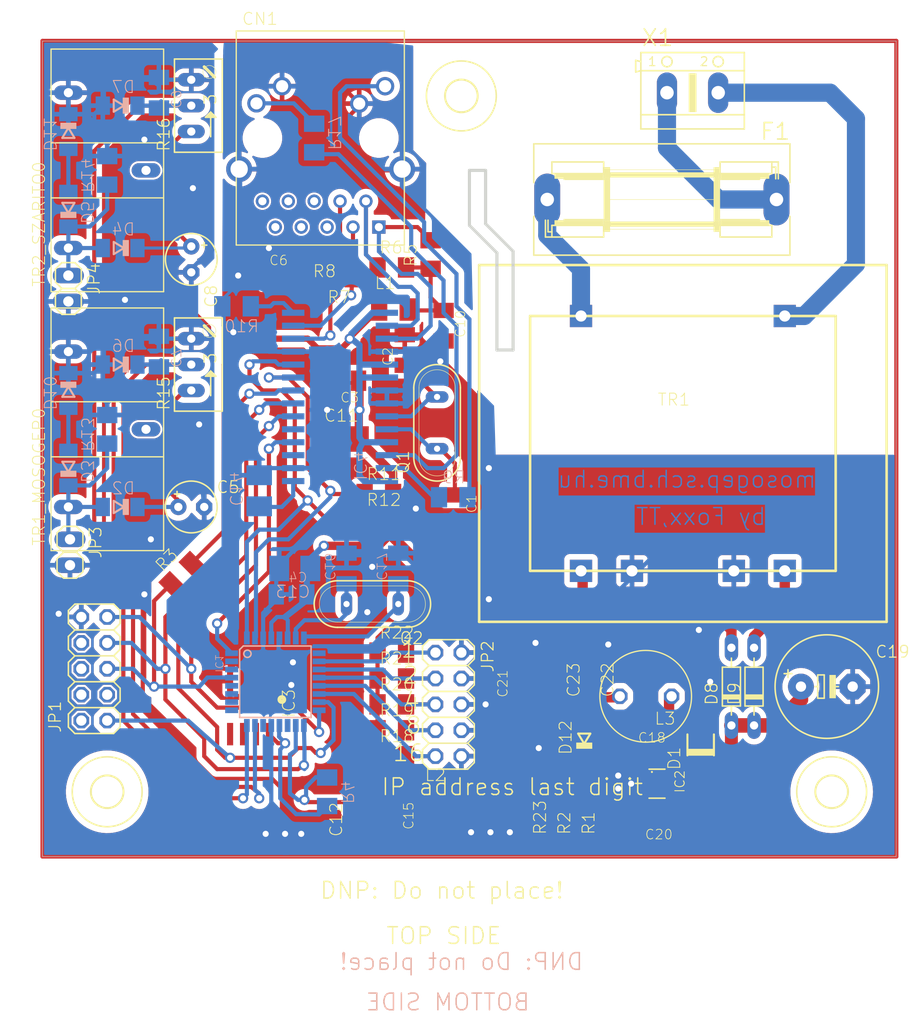
<source format=kicad_pcb>
(kicad_pcb (version 20240108) (generator "pcbnew") (generator_version "8.0")
  (layers (0 "F.Cu" signal) (31 "B.Cu" signal) (34 "B.Paste" user) (35 "F.Paste" user) (36 "B.SilkS" user "B.Silkscreen") (37 "F.SilkS" user "F.Silkscreen") (38 "B.Mask" user) (39 "F.Mask" user) (44 "Edge.Cuts" user))
  (net 0 "")
  (net 1 "N$2")
  (net 2 "RESET")
  (net 3 "GND")
  (net 4 "E_INT")
  (net 5 "E_RESET")
  (net 6 "E_CS")
  (net 7 "N$10")
  (net 8 "N$11")
  (net 9 "N$12")
  (net 10 "N$13")
  (net 11 "N$14")
  (net 12 "N$15")
  (net 13 "N$16")
  (net 14 "N$17")
  (net 15 "N$19")
  (net 16 "N$20")
  (net 17 "SCK")
  (net 18 "MOSI")
  (net 19 "MISO")
  (net 20 "+3V3")
  (net 21 "AREF")
  (net 22 "N$1")
  (net 23 "N$26")
  (net 24 "N$27")
  (net 25 "N$28")
  (net 26 "N$29")
  (net 27 "N$30")
  (net 28 "N$6")
  (net 29 "N$8")
  (net 30 "MOSO")
  (net 31 "N$3")
  (net 32 "N$22")
  (net 33 "SZARITO")
  (net 34 "N$21")
  (net 35 "N$31")
  (net 36 "N$32")
  (net 37 "N$33")
  (net 38 "N$34")
  (net 39 "N$9")
  (net 40 "N$38")
  (net 41 "N$39")
  (net 42 "N$5")
  (net 43 "N$7")
  (net 44 "N$18")
  (net 45 "VREF")
  (net 46 "N$70")
  (net 47 "D0")
  (net 48 "D1")
  (net 49 "D2")
  (net 50 "D3")
  (net 51 "D4")
  (footprint "mosogep_:E2,5-5" (layer "F.Cu") (at 121.2062 86.42355 -90)
    (property "Reference" "C8")
    (property "Value" "47uF 16V")
  )
  (footprint "mosogep_:C1206K" (layer "F.Cu") (at 130.4136 88.16985)
    (property "Reference" "C6")
    (property "Value" "100nF")
  )
  (footprint "mosogep_:RJ9W" (layer "F.Cu") (at 121.8411 96.74235 90)
    (property "Reference" "R15")
    (property "Value" "47k")
  )
  (footprint "mosogep_:R1206" (layer "F.Cu") (at 159.7824 141.66855 90)
    (property "Reference" "R2")
    (property "Value" "30k")
  )
  (footprint "mosogep_:RJ9W" (layer "F.Cu") (at 121.8411 71.34235 90)
    (property "Reference" "R16")
    (property "Value" "47k")
  )
  (footprint "mosogep_:1X02" (layer "F.Cu") (at 109.2999 115.15735 -90)
    (property "Reference" "JP3")
    (property "Value" "")
  )
  (footprint "mosogep_:B_3528-21R" (layer "F.Cu") (at 137.7161 141.19235 90)
    (property "Reference" "C12")
    (property "Value" "10uF")
  )
  (footprint "mosogep_:M1206" (layer "F.Cu") (at 140.8912 124.99995)
    (property "Reference" "R22")
    (property "Value" "47k")
  )
  (footprint "mosogep_:R1206" (layer "F.Cu") (at 157.4011 141.66855 90)
    (property "Reference" "R23")
    (property "Value" "3.3k")
  )
  (footprint "mosogep_:L_5MM" (layer "F.Cu") (at 165.8149 129.28615 180)
    (property "Reference" "L3")
    (property "Value" "22uH")
  )
  (footprint "mosogep_:E5-10,5" (layer "F.Cu") (at 183.5949 128.33345)
    (property "Reference" "C19")
    (property "Value" "470uF")
  )
  (footprint "mosogep_:SOT23-6" (layer "F.Cu") (at 166.9263 137.85855 -90)
    (property "Reference" "IC2")
    (property "Value" "MCP16301")
  )
  (footprint "mosogep_:B_3528-21R" (layer "F.Cu") (at 159.7823 127.85735 -90)
    (property "Reference" "C22")
    (property "Value" "10uF")
  )
  (footprint "mosogep_:M1206" (layer "F.Cu") (at 140.8911 87.21735)
    (property "Reference" "R6")
    (property "Value" "50")
  )
  (footprint "mosogep_:D-7.5" (layer "F.Cu") (at 174.2287 128.33345 90)
    (property "Reference" "D8")
    (property "Value" "1N4001")
  )
  (footprint "mosogep_:D-7.5" (layer "F.Cu") (at 176.4511 128.33355 90)
    (property "Reference" "D9")
    (property "Value" "1N4001")
  )
  (footprint "mosogep_:2X05" (layer "F.Cu") (at 146.4473 130.07985 -90)
    (property "Reference" "JP2")
    (property "Value" "Addr_select")
  )
  (footprint "mosogep_:M1206" (layer "F.Cu") (at 140.8912 135.15995)
    (property "Reference" "R18")
    (property "Value" "47k")
  )
  (footprint "mosogep_:B_3528-21R" (layer "F.Cu") (at 136.1286 104.04485)
    (property "Reference" "C11")
    (property "Value" "10uF")
  )
  (footprint "mosogep_:L3225M" (layer "F.Cu") (at 145.971 139.60475)
    (property "Reference" "L2")
    (property "Value" "ferrite bead")
  )
  (footprint "mosogep_:C1206K" (layer "F.Cu") (at 147.0824 111.02985 -90)
    (property "Reference" "C1")
    (property "Value" "22pF")
  )
  (footprint "mosogep_:CURRTR_TALEMA" (layer "F.Cu") (at 109.1411 103.09235 90)
    (property "Reference" "TR1_MOSOGEP0")
    (property "Value" "AC1010")
  )
  (footprint "mosogep_:3,0" (layer "F.Cu") (at 112.9511 138.65235)
    (property "Reference" "U$1" (hide yes))
    (property "Value" "" (hide yes))
  )
  (footprint "mosogep_:SO08" (layer "F.Cu") (at 126.9211 130.39735 180)
    (property "Reference" "IC3")
    (property "Value" "LM385D-2.5")
  )
  (footprint "mosogep_:SH22,5A" (layer "F.Cu") (at 167.4023 80.54985 180)
    (property "Reference" "F1")
    (property "Value" "0.4A T")
  )
  (footprint "mosogep_:LA1S109_MAGJACK" (layer "F.Cu") (at 139.6211 74.51735)
    (property "Reference" "CN1")
    (property "Value" "LA1S109-43")
  )
  (footprint "mosogep_:3,0" (layer "F.Cu") (at 184.0711 138.65235)
    (property "Reference" "U$2" (hide yes))
    (property "Value" "" (hide yes))
  )
  (footprint "mosogep_:M1206" (layer "F.Cu") (at 144.7011 85.94735 90)
    (property "Reference" "R5")
    (property "Value" "50")
  )
  (footprint "mosogep_:CURRTR_TALEMA" (layer "F.Cu") (at 109.1411 77.69235 90)
    (property "Reference" "TR2_SZARITO0")
    (property "Value" "AC1010")
  )
  (footprint "mosogep_:M1206" (layer "F.Cu") (at 140.891 130.07985)
    (property "Reference" "R20")
    (property "Value" "47k")
  )
  (footprint "mosogep_:M1206" (layer "F.Cu") (at 120.2263 117.25965 45)
    (property "Reference" "R3")
    (property "Value" "10k")
  )
  (footprint "mosogep_:C1206K" (layer "F.Cu") (at 142.1613 95.31365 90)
    (property "Reference" "C2")
    (property "Value" "22pF")
  )
  (footprint "mosogep_:R1206" (layer "F.Cu") (at 162.1636 141.66865 90)
    (property "Reference" "R1")
    (property "Value" "10k")
  )
  (footprint "mosogep_:C1206K" (layer "F.Cu") (at 166.9262 141.19225 180)
    (property "Reference" "C20")
    (property "Value" "100nF")
  )
  (footprint "mosogep_:AK500_2" (layer "F.Cu") (at 170.4187 70.07245)
    (property "Reference" "X1")
    (property "Value" "")
  )
  (footprint "mosogep_:C1206K" (layer "F.Cu") (at 145.9711 92.93235 -90)
    (property "Reference" "C10")
    (property "Value" "100nF")
  )
  (footprint "mosogep_:C1206K" (layer "F.Cu") (at 166.6087 135.00115)
    (property "Reference" "C18")
    (property "Value" "100nF")
  )
  (footprint "mosogep_:M1206" (layer "F.Cu") (at 134.2236 85.62985 180)
    (property "Reference" "R8")
    (property "Value" "50")
  )
  (footprint "mosogep_:M1206" (layer "F.Cu") (at 139.6211 109.44235)
    (property "Reference" "R11")
    (property "Value" "10k")
  )
  (footprint "mosogep_:TR4.5VA" (layer "F.Cu") (at 169.4661 91.97985)
    (property "Reference" "TR1")
    (property "Value" "2x6V 4.5VA")
  )
  (footprint "mosogep_:C1206K" (layer "F.Cu") (at 140.8911 141.19235 -90)
    (property "Reference" "C15")
    (property "Value" "100nF")
  )
  (footprint "mosogep_:3,0" (layer "F.Cu") (at 147.7174 70.38975)
    (property "Reference" "U$4" (hide yes))
    (property "Value" "" (hide yes))
  )
  (footprint "mosogep_:M1206" (layer "F.Cu") (at 140.8912 132.61985)
    (property "Reference" "R19")
    (property "Value" "47k")
  )
  (footprint "mosogep_:2X05" (layer "F.Cu") (at 111.6811 126.58735 90)
    (property "Reference" "JP1")
    (property "Value" "ISP conn")
  )
  (footprint "mosogep_:M1206" (layer "F.Cu") (at 135.6523 88.16985 180)
    (property "Reference" "R7")
    (property "Value" "50")
  )
  (footprint "mosogep_:E2,5-5" (layer "F.Cu") (at 121.2061 110.71225)
    (property "Reference" "C5")
    (property "Value" "47uF 16V")
  )
  (footprint "mosogep_:L3225M" (layer "F.Cu") (at 141.0499 91.34485)
    (property "Reference" "L1")
    (property "Value" "ferrite bead")
  )
  (footprint "mosogep_:B_3528-21R" (layer "F.Cu") (at 156.4486 127.85735 -90)
    (property "Reference" "C23")
    (property "Value" "10uF")
  )
  (footprint "mosogep_:DO-214AC" (layer "F.Cu") (at 171.2123 134.04865 90)
    (property "Reference" "D1")
    (property "Value" "SS14")
  )
  (footprint "mosogep_:1X02" (layer "F.Cu") (at 109.1411 89.28105 -90)
    (property "Reference" "JP4")
    (property "Value" "")
  )
  (footprint "mosogep_:C1206K" (layer "F.Cu") (at 136.1286 98.32985 180)
    (property "Reference" "C3")
    (property "Value" "100nF")
  )
  (footprint "mosogep_:M1206" (layer "F.Cu") (at 140.8911 127.53985)
    (property "Reference" "R21")
    (property "Value" "47k")
  )
  (footprint "mosogep_:QS" (layer "F.Cu") (at 138.9861 120.23735 180)
    (property "Reference" "Q2")
    (property "Value" "DNP")
  )
  (footprint "mosogep_:C1206K" (layer "F.Cu") (at 153.4324 127.85735 90)
    (property "Reference" "C21")
    (property "Value" "100nF")
  )
  (footprint "mosogep_:M1206" (layer "F.Cu") (at 139.6211 111.98235)
    (property "Reference" "R12")
    (property "Value" "10k")
  )
  (footprint "mosogep_:QS" (layer "F.Cu") (at 145.3361 102.45735 90)
    (property "Reference" "Q1")
    (property "Value" "25MHz")
  )
  (footprint "mosogep_:SOD80C" (layer "F.Cu") (at 159.7825 133.57235 90)
    (property "Reference" "D12")
    (property "Value" "LL4148")
  )
  (footprint "mosogep_:M1206" (layer "B.Cu") (at 112.9511 77.69235 -90)
    (property "Reference" "R14")
    (property "Value" "47k")
  )
  (footprint "mosogep_:SOD80C" (layer "B.Cu") (at 114.2211 71.34235 180)
    (property "Reference" "D7")
    (property "Value" "LL2V7")
  )
  (footprint "mosogep_:C1206K" (layer "B.Cu") (at 131.0486 119.28485 180)
    (property "Reference" "C4")
    (property "Value" "100nF")
  )
  (footprint "mosogep_:B_3528-21R" (layer "B.Cu") (at 131.3661 116.74485)
    (property "Reference" "C13")
    (property "Value" "10uF")
  )
  (footprint "mosogep_:C1206K" (layer "B.Cu") (at 141.5261 116.74485 -90)
    (property "Reference" "C17")
    (property "Value" "DNP")
  )
  (footprint "mosogep_:M1206" (layer "B.Cu") (at 125.6511 91.02735)
    (property "Reference" "R10")
    (property "Value" "2.7k")
  )
  (footprint "mosogep_:SOD80C" (layer "B.Cu") (at 109.1411 106.90235 90)
    (property "Reference" "D3")
    (property "Value" "LLZ12V")
  )
  (footprint "mosogep_:SOD80C" (layer "B.Cu") (at 114.2211 85.31235 180)
    (property "Reference" "D4")
    (property "Value" "BAT46")
  )
  (footprint "mosogep_:SOD80C" (layer "B.Cu") (at 114.2211 96.74235 180)
    (property "Reference" "D6")
    (property "Value" "LL2V7")
  )
  (footprint "mosogep_:C1206K" (layer "B.Cu") (at 136.4461 116.74485 -90)
    (property "Reference" "C16")
    (property "Value" "DNP")
  )
  (footprint "mosogep_:C1206K" (layer "B.Cu") (at 118.0311 95.47235 90)
    (property "Reference" "C7")
    (property "Value" "100nF")
  )
  (footprint "mosogep_:C1206K" (layer "B.Cu") (at 118.0311 70.07235 90)
    (property "Reference" "C9")
    (property "Value" "100nF")
  )
  (footprint "mosogep_:SO28W" (layer "B.Cu") (at 135.8111 99.91735 90)
    (property "Reference" "IC4")
    (property "Value" "ENC28J60-SO")
  )
  (footprint "mosogep_:SOD80C" (layer "B.Cu") (at 109.1411 81.50235 90)
    (property "Reference" "D5")
    (property "Value" "LLZ12V")
  )
  (footprint "mosogep_:TQFP32-08" (layer "B.Cu") (at 129.4611 127.85735 -90)
    (property "Reference" "IC1")
    (property "Value" "MEGA48/88/168-AU")
  )
  (footprint "mosogep_:M1206" (layer "B.Cu") (at 134.5411 138.65235 90)
    (property "Reference" "R4")
    (property "Value" "1k")
  )
  (footprint "mosogep_:SOD80C" (layer "B.Cu") (at 114.2211 110.71235 180)
    (property "Reference" "D2")
    (property "Value" "BAT46")
  )
  (footprint "mosogep_:SOD80C" (layer "B.Cu") (at 109.1411 73.88235 -90)
    (property "Reference" "D11")
    (property "Value" "LLZ12V")
  )
  (footprint "mosogep_:SOD80C" (layer "B.Cu") (at 109.1411 99.28235 -90)
    (property "Reference" "D10")
    (property "Value" "LLZ12V")
  )
  (footprint "mosogep_:M1206" (layer "B.Cu") (at 146.9236 109.75985 180)
    (property "Reference" "R9")
    (property "Value" "270")
  )
  (footprint "mosogep_:M1206" (layer "B.Cu") (at 133.2711 74.51735 90)
    (property "Reference" "R17")
    (property "Value" "270")
  )
  (footprint "mosogep_:M1206" (layer "B.Cu") (at 112.9511 103.09235 -90)
    (property "Reference" "R13")
    (property "Value" "47k")
  )
  (footprint "mosogep_:B_3528-21R" (layer "B.Cu") (at 127.8736 109.12485 -90)
    (property "Reference" "C14")
    (property "Value" "10uF")
  )
  (gr_circle (center 130.0961 129.60355) (end 130.3206 129.60355) (stroke (width 0.4064)) (fill none) (layer "F.SilkS"))
  (gr_line (start 152.7974 95.31355) (end 152.7974 85.62985) (stroke (width 0.3048)) (layer "Edge.Cuts"))
  (gr_line (start 106.6011 145.00235) (end 190.4011 145.00235) (stroke (width 0.05)) (layer "Edge.Cuts"))
  (gr_line (start 148.5111 83.08975) (end 151.2099 85.78855) (stroke (width 0.3048)) (layer "Edge.Cuts"))
  (gr_line (start 151.2099 95.31355) (end 152.7974 95.31355) (stroke (width 0.3048)) (layer "Edge.Cuts"))
  (gr_line (start 152.7974 85.62985) (end 150.0986 82.93105) (stroke (width 0.3048)) (layer "Edge.Cuts"))
  (gr_line (start 151.2099 85.78855) (end 151.2099 95.31355) (stroke (width 0.3048)) (layer "Edge.Cuts"))
  (gr_line (start 148.5111 77.69235) (end 148.5111 83.08975) (stroke (width 0.3048)) (layer "Edge.Cuts"))
  (gr_line (start 190.4011 65.00485) (end 106.6011 65.00485) (stroke (width 0.05)) (layer "Edge.Cuts"))
  (gr_line (start 106.6011 65.00485) (end 106.6011 145.00235) (stroke (width 0.05)) (layer "Edge.Cuts"))
  (gr_line (start 150.0986 77.69235) (end 148.5111 77.69235) (stroke (width 0.3048)) (layer "Edge.Cuts"))
  (gr_line (start 150.0986 82.93105) (end 150.0986 77.69235) (stroke (width 0.3048)) (layer "Edge.Cuts"))
  (gr_line (start 190.4011 145.00235) (end 190.4011 65.00485) (stroke (width 0.05)) (layer "Edge.Cuts"))
  (gr_text "mosogep.sch.bme.hu" (at 182.6424 108.96605 0) (layer "B.Cu") (effects (font (size 1.63576 1.63576) (thickness 0.14224)) (justify left bottom mirror)))
  (gr_text "by Foxx,TT " (at 177.7211 112.61735 0) (layer "B.Cu") (effects (font (size 1.63576 1.63576) (thickness 0.14224)) (justify left bottom mirror)))
  (gr_text "BOTTOM SIDE" (at 154.5436 160.24235 0) (layer "B.SilkS") (effects (font (size 1.63576 1.63576) (thickness 0.14224)) (justify left bottom mirror)))
  (gr_text "DNP: Do not place!" (at 159.7824 156.27365 0) (layer "B.SilkS") (effects (font (size 1.63576 1.63576) (thickness 0.14224)) (justify left bottom mirror)))
  (gr_text "8" (at 142.1611 133.09605 0) (layer "F.SilkS") (effects (font (size 1.63576 1.63576) (thickness 0.14224)) (justify left bottom)))
  (gr_text "DNP: Do not place!" (at 133.7474 149.28865 0) (layer "F.SilkS") (effects (font (size 1.63576 1.63576) (thickness 0.14224)) (justify left bottom)))
  (gr_text "TOP SIDE" (at 140.2561 153.73365 0) (layer "F.SilkS") (effects (font (size 1.63576 1.63576) (thickness 0.14224)) (justify left bottom)))
  (gr_text "IP address last digit" (at 139.7799 139.12855 0) (layer "F.SilkS") (effects (font (size 1.63576 1.63576) (thickness 0.14224)) (justify left bottom)))
  (gr_text "16" (at 140.8911 135.79485 0) (layer "F.SilkS") (effects (font (size 1.63576 1.63576) (thickness 0.14224)) (justify left bottom)))
  (gr_text "4" (at 142.0024 130.71485 0) (layer "F.SilkS") (effects (font (size 1.63576 1.63576) (thickness 0.14224)) (justify left bottom)))
  (gr_text "2" (at 141.8436 128.17485 0) (layer "F.SilkS") (effects (font (size 1.63576 1.63576) (thickness 0.14224)) (justify left bottom)))
  (gr_text "1" (at 141.6849 125.63485 0) (layer "F.SilkS") (effects (font (size 1.63576 1.63576) (thickness 0.14224)) (justify left bottom)))
  (segment (start 140.2161 139.66735) (end 140.8911 139.69235) (width 0.4064) (layer "F.Cu") (net 1))
  (segment (start 137.7161 139.66735) (end 140.2161 139.66735) (width 0.4064) (layer "F.Cu") (net 1))
  (segment (start 140.8911 139.69235) (end 140.9787 139.60475) (width 1.016) (layer "F.Cu") (net 1))
  (segment (start 140.9787 139.60475) (end 144.571 139.60475) (width 1.016) (layer "F.Cu") (net 1))
  (segment (start 132.3186 139.44615) (end 132.6986 139.66735) (width 0.4064) (layer "F.Cu") (net 1))
  (segment (start 132.6986 139.66735) (end 137.7161 139.66735) (width 0.4064) (layer "F.Cu") (net 1))
  (via (at 132.3186 139.44615) (size 1.0064) (drill 0.6) (layers "F.Cu" "B.Cu") (net 1))
  (segment (start 131.6836 139.44615) (end 130.8898 138.81115) (width 0.4064) (layer "B.Cu") (net 1))
  (segment (start 130.8898 138.81115) (end 130.8898 135.00115) (width 0.4064) (layer "B.Cu") (net 1))
  (segment (start 131.6836 139.44615) (end 132.3186 139.44615) (width 0.4064) (layer "B.Cu") (net 1))
  (segment (start 132.4774 138.17605) (end 133.4299 137.22355) (width 0.4064) (layer "B.Cu") (net 1))
  (segment (start 132.4774 139.28745) (end 132.4774 138.17605) (width 0.4064) (layer "B.Cu") (net 1))
  (segment (start 132.3186 139.44615) (end 132.4774 139.28745) (width 0.4064) (layer "B.Cu") (net 1))
  (segment (start 133.4299 137.22355) (end 134.0361 137.25235) (width 0.4064) (layer "B.Cu") (net 1))
  (segment (start 134.0361 137.25235) (end 134.5411 137.25235) (width 0.4064) (layer "B.Cu") (net 1))
  (segment (start 131.4611 134.58865) (end 131.4611 132.14995) (width 0.4064) (layer "B.Cu") (net 1))
  (segment (start 130.8898 135.00115) (end 131.4611 134.58865) (width 0.4064) (layer "B.Cu") (net 1))
  (segment (start 117.5549 119.93105) (end 119.23635 118.2496) (width 0.4064) (layer "F.Cu") (net 2))
  (segment (start 117.5549 128.33365) (end 117.5549 119.93105) (width 0.4064) (layer "F.Cu") (net 2))
  (via (at 117.5549 128.33365) (size 1.0064) (drill 0.6) (layers "F.Cu" "B.Cu") (net 2))
  (segment (start 121.9998 128.33365) (end 122.7936 127.43985) (width 0.4064) (layer "B.Cu") (net 2))
  (segment (start 115.4911 126.58735) (end 117.1073 128.20365) (width 0.4064) (layer "B.Cu") (net 2))
  (segment (start 117.2661 128.30495) (end 117.5549 128.33365) (width 0.4064) (layer "B.Cu") (net 2))
  (segment (start 117.5549 128.33365) (end 121.9998 128.33365) (width 0.4064) (layer "B.Cu") (net 2))
  (segment (start 112.9511 126.58735) (end 115.4911 126.58735) (width 0.4064) (layer "B.Cu") (net 2))
  (segment (start 122.7936 127.43985) (end 125.086 127.43985) (width 0.4064) (layer "B.Cu") (net 2))
  (segment (start 117.1073 128.20365) (end 117.2661 128.30495) (width 0.4064) (layer "B.Cu") (net 2))
  (segment (start 125.086 127.43985) (end 125.1685 127.45735) (width 0.4064) (layer "B.Cu") (net 2))
  (segment (start 137.6911 71.14235) (end 135.9861 69.43735) (width 0.4064) (layer "F.Cu") (net 3))
  (segment (start 134.5411 101.18735) (end 134.5411 99.28235) (width 0.4064) (layer "F.Cu") (net 3))
  (segment (start 135.0173 96.58355) (end 139.1449 96.42485) (width 0.4064) (layer "F.Cu") (net 3))
  (segment (start 134.6661 77.56735) (end 135.8111 76.42235) (width 0.4064) (layer "F.Cu") (net 3))
  (segment (start 151.0511 121.50735) (end 149.1461 119.60235) (width 0.4064) (layer "F.Cu") (net 3))
  (segment (start 137.6911 71.36735) (end 137.6911 71.14235) (width 0.4064) (layer "F.Cu") (net 3))
  (segment (start 135.2786 98.54485) (end 134.4848 97.11605) (width 0.4064) (layer "F.Cu") (net 3))
  (segment (start 123.2699 137.38235) (end 129.1437 137.38235) (width 0.4064) (layer "F.Cu") (net 3))
  (segment (start 137.0811 77.69235) (end 141.7811 77.69235) (width 0.4064) (layer "F.Cu") (net 3))
  (segment (start 152.7974 108.80735) (end 151.8449 109.75985) (width 0.6096) (layer "F.Cu") (net 3))
  (segment (start 164.3862 137.85875) (end 164.3864 137.85855) (width 0.6096) (layer "F.Cu") (net 3))
  (segment (start 145.6536 95.78985) (end 145.9711 95.47235) (width 0.4064) (layer "F.Cu") (net 3))
  (segment (start 130.0961 138.33475) (end 130.0961 140.23975) (width 0.4064) (layer "F.Cu") (net 3))
  (segment (start 137.9711 142.71735) (end 138.6461 142.67735) (width 0.4064) (layer "F.Cu") (net 3))
  (segment (start 145.9711 95.47235) (end 145.9711 94.43235) (width 0.4064) (layer "F.Cu") (net 3))
  (segment (start 128.5086 86.26485) (end 128.5086 87.76485) (width 0.6096) (layer "F.Cu") (net 3))
  (segment (start 152.7974 106.33855) (end 152.7974 108.80735) (width 0.6096) (layer "F.Cu") (net 3))
  (segment (start 135.2786 98.54485) (end 134.6286 98.32985) (width 0.4064) (layer "F.Cu") (net 3))
  (segment (start 134.5411 99.28235) (end 135.2786 98.54485) (width 0.4064) (layer "F.Cu") (net 3))
  (segment (start 137.6536 142.77985) (end 137.7161 142.71735) (width 0.4064) (layer "F.Cu") (net 3))
  (segment (start 138.6461 142.67735) (end 140.8911 142.69235) (width 0.4064) (layer "F.Cu") (net 3))
  (segment (start 125.0161 126.58735) (end 126.2861 125.31735) (width 0.4064) (layer "F.Cu") (net 3))
  (segment (start 140.8911 101.18735) (end 140.8911 103.88605) (width 0.6096) (layer "F.Cu") (net 3))
  (segment (start 125.9061 77.56735) (end 134.6661 77.56735) (width 0.4064) (layer "F.Cu") (net 3))
  (segment (start 122.7936 126.58735) (end 122.4761 126.26985) (width 0.4064) (layer "F.Cu") (net 3))
  (segment (start 116.4436 130.55605) (end 116.4436 119.44355) (width 0.4064) (layer "F.Cu") (net 3))
  (segment (start 130.0961 140.23975) (end 130.5724 140.71605) (width 0.4064) (layer "F.Cu") (net 3))
  (segment (start 135.8111 76.42235) (end 137.0811 77.69235) (width 0.4064) (layer "F.Cu") (net 3))
  (segment (start 137.7161 142.71735) (end 137.9711 142.71735) (width 0.4064) (layer "F.Cu") (net 3))
  (segment (start 139.1449 96.42485) (end 140.8911 98.64735) (width 0.4064) (layer "F.Cu") (net 3))
  (segment (start 128.8261 85.31235) (end 128.5086 86.26485) (width 0.4064) (layer "F.Cu") (net 3))
  (segment (start 116.4436 119.44355) (end 116.6023 119.28485) (width 0.4064) (layer "F.Cu") (net 3))
  (segment (start 141.7811 77.69235) (end 141.9061 77.56735) (width 0.4064) (layer "F.Cu") (net 3))
  (segment (start 135.8111 73.24735) (end 137.6911 71.36735) (width 0.4064) (layer "F.Cu") (net 3))
  (segment (start 147.0824 112.52985) (end 152.7974 106.33855) (width 0.6096) (layer "F.Cu") (net 3))
  (segment (start 129.1437 137.38235) (end 130.0961 138.33475) (width 0.4064) (layer "F.Cu") (net 3))
  (segment (start 134.4848 97.11605) (end 135.0173 96.58355) (width 0.4064) (layer "F.Cu") (net 3))
  (segment (start 135.8111 76.42235) (end 135.8111 73.24735) (width 0.4064) (layer "F.Cu") (net 3))
  (segment (start 128.5086 87.76485) (end 128.9136 88.16985) (width 0.6096) (layer "F.Cu") (net 3))
  (segment (start 125.0161 127.79735) (end 125.0161 126.58735) (width 0.4064) (layer "F.Cu") (net 3))
  (segment (start 135.9861 69.43735) (end 130.1211 69.43735) (width 0.4064) (layer "F.Cu") (net 3))
  (segment (start 134.6036 101.24985) (end 134.6036 104.04485) (width 0.4064) (layer "F.Cu") (net 3))
  (segment (start 140.8911 98.64735) (end 140.8911 101.18735) (width 0.4064) (layer "F.Cu") (net 3))
  (segment (start 125.0161 126.58735) (end 122.7936 126.58735) (width 0.4064) (layer "F.Cu") (net 3))
  (segment (start 164.3864 137.85855) (end 165.7763 137.85855) (width 0.6096) (layer "F.Cu") (net 3))
  (segment (start 145.6536 96.42485) (end 145.6536 95.78985) (width 0.4064) (layer "F.Cu") (net 3))
  (segment (start 134.5411 101.18735) (end 134.6036 101.24985) (width 0.4064) (layer "F.Cu") (net 3))
  (segment (start 116.4436 130.55605) (end 123.2699 137.38235) (width 0.4064) (layer "F.Cu") (net 3))
  (segment (start 132.0012 142.77995) (end 137.6536 142.77985) (width 0.4064) (layer "F.Cu") (net 3))
  (via (at 130.4136 142.77985) (size 1.0064) (drill 0.6) (layers "F.Cu" "B.Cu") (net 3))
  (via (at 163.1162 138.33485) (size 1.0064) (drill 0.6) (layers "F.Cu" "B.Cu") (net 3))
  (via (at 148.6699 142.62105) (size 1.0064) (drill 0.6) (layers "F.Cu" "B.Cu") (net 3))
  (via (at 125.8098 88.01115) (size 1.0064) (drill 0.6) (layers "F.Cu" "B.Cu") (net 3))
  (via (at 128.8261 85.31235) (size 1.0064) (drill 0.6) (layers "F.Cu" "B.Cu") (net 3))
  (via (at 171.0312 122.77735) (size 1.0064) (drill 0.6) (layers "F.Cu" "B.Cu") (net 3))
  (via (at 150.4161 106.90245) (size 1.0064) (drill 0.6) (layers "F.Cu" "B.Cu") (net 3))
  (via (at 164.3862 137.85875) (size 1.0064) (drill 0.6) (layers "F.Cu" "B.Cu") (net 3))
  (via (at 154.9974 124.04735) (size 1.0064) (drill 0.6) (layers "F.Cu" "B.Cu") (net 3))
  (via (at 131.1849 125.95245) (size 1.0064) (drill 0.6) (layers "F.Cu" "B.Cu") (net 3))
  (via (at 125.3336 93.56745) (size 1.0064) (drill 0.6) (layers "F.Cu" "B.Cu") (net 3))
  (via (at 121.9775 102.61615) (size 1.0064) (drill 0.6) (layers "F.Cu" "B.Cu") (net 3))
  (via (at 114.6974 90.39235) (size 1.0064) (drill 0.6) (layers "F.Cu" "B.Cu") (net 3))
  (via (at 132.0012 142.77995) (size 1.0064) (drill 0.6) (layers "F.Cu" "B.Cu") (net 3))
  (via (at 150.5749 142.62105) (size 1.0064) (drill 0.6) (layers "F.Cu" "B.Cu") (net 3))
  (via (at 162.1411 124.20605) (size 1.0064) (drill 0.6) (layers "F.Cu" "B.Cu") (net 3))
  (via (at 150.4161 119.76125) (size 1.0064) (drill 0.6) (layers "F.Cu" "B.Cu") (net 3))
  (via (at 134.5411 101.18735) (size 1.0064) (drill 0.6) (layers "F.Cu" "B.Cu") (net 3))
  (via (at 143.2499 110.87115) (size 1.0064) (drill 0.6) (layers "F.Cu" "B.Cu") (net 3))
  (via (at 116.6024 74.67605) (size 1.0064) (drill 0.6) (layers "F.Cu" "B.Cu") (net 3))
  (via (at 138.9636 116.58615) (size 1.0064) (drill 0.6) (layers "F.Cu" "B.Cu") (net 3))
  (via (at 152.4799 142.62105) (size 1.0064) (drill 0.6) (layers "F.Cu" "B.Cu") (net 3))
  (via (at 145.6536 96.42485) (size 1.0064) (drill 0.6) (layers "F.Cu" "B.Cu") (net 3))
  (via (at 116.6023 119.28485) (size 1.0064) (drill 0.6) (layers "F.Cu" "B.Cu") (net 3))
  (via (at 155.3149 134.36605) (size 1.0064) (drill 0.6) (layers "F.Cu" "B.Cu") (net 3))
  (via (at 163.1163 137.06495) (size 1.0064) (drill 0.6) (layers "F.Cu" "B.Cu") (net 3))
  (via (at 172.1424 127.85735) (size 1.0064) (drill 0.6) (layers "F.Cu" "B.Cu") (net 3))
  (via (at 108.1886 121.18985) (size 1.0064) (drill 0.6) (layers "F.Cu" "B.Cu") (net 3))
  (via (at 121.3649 79.43855) (size 1.0064) (drill 0.6) (layers "F.Cu" "B.Cu") (net 3))
  (via (at 138.4874 121.03115) (size 1.0064) (drill 0.6) (layers "F.Cu" "B.Cu") (net 3))
  (via (at 131.0262 128.17495) (size 1.0064) (drill 0.6) (layers "F.Cu" "B.Cu") (net 3))
  (via (at 128.5086 142.77985) (size 1.0064) (drill 0.6) (layers "F.Cu" "B.Cu") (net 3))
  (via (at 117.2374 113.88735) (size 1.0064) (drill 0.6) (layers "F.Cu" "B.Cu") (net 3))
  (via (at 150.0986 130.08005) (size 1.0064) (drill 0.6) (layers "F.Cu" "B.Cu") (net 3))
  (segment (start 133.2711 95.47235) (end 131.2111 95.47235) (width 0.4064) (layer "B.Cu") (net 3))
  (segment (start 111.6811 97.58235) (end 111.6811 99.28235) (width 0.4064) (layer "B.Cu") (net 3))
  (segment (start 109.1411 97.58235) (end 111.6811 97.58235) (width 0.4064) (layer "B.Cu") (net 3))
  (segment (start 121.8411 78.96235) (end 116.7611 73.88235) (width 0.4064) (layer "B.Cu") (net 3))
  (segment (start 112.9511 100.55235) (end 114.2211 99.28235) (width 0.4064) (layer "B.Cu") (net 3))
  (segment (start 143.4311 123.41235) (end 142.7961 124.04735) (width 0.4064) (layer "B.Cu") (net 3))
  (segment (start 112.5211 96.74235) (end 112.6336 96.62985) (width 0.4064) (layer "B.Cu") (net 3))
  (segment (start 112.5211 71.34235) (end 112.6336 71.22985) (width 0.4064) (layer "B.Cu") (net 3))
  (segment (start 123.1111 84.04225) (end 121.6824 82.61355) (width 0.4064) (layer "B.Cu") (net 3))
  (segment (start 117.3961 68.80235) (end 117.8161 69.22235) (width 0.4064) (layer "B.Cu") (net 3))
  (segment (start 112.9511 75.15235) (end 111.6811 73.88235) (width 0.4064) (layer "B.Cu") (net 3))
  (segment (start 163.1161 118.96735) (end 168.5136 113.56985) (width 0.4064) (layer "B.Cu") (net 3))
  (segment (start 140.4111 99.28235) (end 142.7961 99.28235) (width 0.4064) (layer "B.Cu") (net 3))
  (segment (start 117.3961 94.20235) (end 117.8161 94.62235) (width 0.4064) (layer "B.Cu") (net 3))
  (segment (start 121.8411 104.36235) (end 122.4761 110.71225) (width 0.4064) (layer "B.Cu") (net 3))
  (segment (start 112.9511 100.55235) (end 112.9511 101.69235) (width 0.4064) (layer "B.Cu") (net 3))
  (segment (start 129.7786 127.22235) (end 129.7786 123.64725) (width 0.4064) (layer "B.Cu") (net 3))
  (segment (start 136.4461 108.17235) (end 135.8111 107.53735) (width 0.4064) (layer "B.Cu") (net 3))
  (segment (start 133.2711 106.90235) (end 131.2111 106.90235) (width 0.4064) (layer "B.Cu") (net 3))
  (segment (start 131.5873 114.61855) (end 134.2236 111.98235) (width 0.4064) (layer "B.Cu") (net 3))
  (segment (start 135.8111 107.53735) (end 133.9061 107.53735) (width 0.4064) (layer "B.Cu") (net 3))
  (segment (start 129.8411 116.74485) (end 129.9998 116.26855) (width 0.4064) (layer "B.Cu") (net 3))
  (segment (start 121.2062 87.69355) (end 120.7298 87.85235) (width 0.4064) (layer "B.Cu") (net 3))
  (segment (start 133.9061 101.18735) (end 134.5411 101.18735) (width 0.4064) (layer "B.Cu") (net 3))
  (segment (start 111.6811 73.88235) (end 111.6811 72.18235) (width 0.4064) (layer "B.Cu") (net 3))
  (segment (start 110.7286 119.28485) (end 110.4111 119.60235) (width 0.4064) (layer "B.Cu") (net 3))
  (segment (start 131.2111 95.47235) (end 128.8261 95.47235) (width 0.4064) (layer "B.Cu") (net 3))
  (segment (start 127.7149 85.15355) (end 128.6673 85.15355) (width 0.3048) (layer "B.Cu") (net 3))
  (segment (start 112.9511 75.15235) (end 112.9511 76.29235) (width 0.4064) (layer "B.Cu") (net 3))
  (segment (start 124.2224 90.99865) (end 124.2224 90.39235) (width 0.3048) (layer "B.Cu") (net 3))
  (segment (start 143.4311 95.47235) (end 140.4111 95.47235) (width 0.4064) (layer "B.Cu") (net 3))
  (segment (start 124.3811 91.15735) (end 124.2511 91.02735) (width 0.4064) (layer "B.Cu") (net 3))
  (segment (start 143.4311 116.74485) (end 143.4311 123.41235) (width 0.4064) (layer "B.Cu") (net 3))
  (segment (start 133.9061 101.18735) (end 133.9061 96.10735) (width 0.4064) (layer "B.Cu") (net 3))
  (segment (start 129.5486 119.28485) (end 129.5486 117.03735) (width 0.4064) (layer "B.Cu") (net 3))
  (segment (start 114.2211 99.28235) (end 116.7611 99.28235) (width 0.4064) (layer "B.Cu") (net 3))
  (segment (start 109.1411 72.18235) (end 109.1411 70.07235) (width 0.4064) (layer "B.Cu") (net 3))
  (segment (start 123.1111 85.62985) (end 123.1111 84.04225) (width 0.4064) (layer "B.Cu") (net 3))
  (segment (start 132.0012 142.77995) (end 129.0611 139.68115) (width 0.4064) (layer "B.Cu") (net 3))
  (segment (start 126.9211 85.94735) (end 127.7149 85.15355) (width 0.3048) (layer "B.Cu") (net 3))
  (segment (start 112.6336 71.22985) (end 112.6336 69.75485) (width 0.4064) (layer "B.Cu") (net 3))
  (segment (start 129.0611 139.68115) (end 129.0611 132.14995) (width 0.4064) (layer "B.Cu") (net 3))
  (segment (start 129.7786 123.64725) (end 129.8611 123.56475) (width 0.4064) (layer "B.Cu") (net 3))
  (segment (start 144.0661 96.10735) (end 143.4311 95.47235) (width 0.4064) (layer "B.Cu") (net 3))
  (segment (start 109.1411 97.58235) (end 109.1411 95.47235) (width 0.4064) (layer "B.Cu") (net 3))
  (segment (start 133.2711 106.90235) (end 133.9061 106.26735) (width 0.4064) (layer "B.Cu") (net 3))
  (segment (start 133.9061 107.53735) (end 133.2711 106.90235) (width 0.4064) (layer "B.Cu") (net 3))
  (segment (start 116.6023 119.28485) (end 110.7286 119.28485) (width 0.4064) (layer "B.Cu") (net 3))
  (segment (start 111.6811 99.28235) (end 112.9511 100.55235) (width 0.4064) (layer "B.Cu") (net 3))
  (segment (start 111.6811 97.58235) (end 112.5211 96.74235) (width 0.4064) (layer "B.Cu") (net 3))
  (segment (start 121.8411 86.74105) (end 121.9999 86.74105) (width 0.4064) (layer "B.Cu") (net 3))
  (segment (start 131.2111 106.90235) (end 128.5711 106.90235) (width 0.4064) (layer "B.Cu") (net 3))
  (segment (start 117.8161 69.22235) (end 118.0311 68.57235) (width 0.4064) (layer "B.Cu") (net 3))
  (segment (start 141.5261 115.24485) (end 141.9311 115.24485) (width 0.4064) (layer "B.Cu") (net 3))
  (segment (start 126.9211 85.94735) (end 126.9211 83.40735) (width 0.3048) (layer "B.Cu") (net 3))
  (segment (start 118.0311 93.97235) (end 118.4511 94.20235) (width 0.4064) (layer "B.Cu") (net 3))
  (segment (start 140.4111 100.55235) (end 140.4111 99.28235) (width 0.4064) (layer "B.Cu") (net 3))
  (segment (start 118.4511 68.80235) (end 121.2061 68.80235) (width 0.4064) (layer "B.Cu") (net 3))
  (segment (start 136.4461 111.98235) (end 136.4461 108.17235) (width 0.4064) (layer "B.Cu") (net 3))
  (segment (start 125.9061 81.28105) (end 125.9061 77.56735) (width 0.6096) (layer "B.Cu") (net 3))
  (segment (start 116.7611 73.88235) (end 114.2211 73.88235) (width 0.4064) (layer "B.Cu") (net 3))
  (segment (start 118.0311 68.57235) (end 118.4511 68.80235) (width 0.4064) (layer "B.Cu") (net 3))
  (segment (start 168.5136 113.56985) (end 169.3636 113.56985) (width 0.4064) (layer "B.Cu") (net 3))
  (segment (start 129.5486 119.83235) (end 129.5486 119.28485) (width 0.4064) (layer "B.Cu") (net 3))
  (segment (start 124.2511 91.02735) (end 124.2224 90.99865) (width 0.3048) (layer "B.Cu") (net 3))
  (segment (start 128.6673 85.15355) (end 128.8261 85.31235) (width 0.3048) (layer "B.Cu") (net 3))
  (segment (start 113.5861 94.20235) (end 117.3961 94.20235) (width 0.4064) (layer "B.Cu") (net 3))
  (segment (start 114.2211 73.88235) (end 112.9511 75.15235) (width 0.4064) (layer "B.Cu") (net 3))
  (segment (start 111.6811 72.18235) (end 112.5211 71.34235) (width 0.4064) (layer "B.Cu") (net 3))
  (segment (start 129.9998 116.26855) (end 131.5873 114.61855) (width 0.4064) (layer "B.Cu") (net 3))
  (segment (start 129.1436 127.85735) (end 129.7786 127.22235) (width 0.4064) (layer "B.Cu") (net 3))
  (segment (start 142.7961 99.28235) (end 145.6536 96.42485) (width 0.4064) (layer "B.Cu") (net 3))
  (segment (start 128.8261 95.47235) (end 128.5086 95.15485) (width 0.4064) (layer "B.Cu") (net 3))
  (segment (start 112.6336 69.75485) (end 113.5861 68.80235) (width 0.4064) (layer "B.Cu") (net 3))
  (segment (start 133.9061 96.10735) (end 133.2711 95.47235) (width 0.4064) (layer "B.Cu") (net 3))
  (segment (start 126.6036 95.15485) (end 124.3811 92.93235) (width 0.4064) (layer "B.Cu") (net 3))
  (segment (start 112.6336 96.62985) (end 112.6336 95.15485) (width 0.4064) (layer "B.Cu") (net 3))
  (segment (start 129.1436 127.85735) (end 128.2611 126.97485) (width 0.4064) (layer "B.Cu") (net 3))
  (segment (start 133.9061 106.26735) (end 133.9061 101.18735) (width 0.4064) (layer "B.Cu") (net 3))
  (segment (start 121.6824 82.61355) (end 121.8411 78.96235) (width 0.4064) (layer "B.Cu") (net 3))
  (segment (start 112.6336 95.15485) (end 113.5861 94.20235) (width 0.4064) (layer "B.Cu") (net 3))
  (segment (start 113.5861 68.80235) (end 117.3961 68.80235) (width 0.4064) (layer "B.Cu") (net 3))
  (segment (start 136.4461 111.98235) (end 136.4461 115.24485) (width 0.4064) (layer "B.Cu") (net 3))
  (segment (start 128.5711 106.90235) (end 127.8736 107.59985) (width 0.4064) (layer "B.Cu") (net 3))
  (segment (start 121.9999 86.74105) (end 123.1111 85.62985) (width 0.4064) (layer "B.Cu") (net 3))
  (segment (start 128.2611 126.97485) (end 128.2611 123.56475) (width 0.4064) (layer "B.Cu") (net 3))
  (segment (start 128.2611 123.56475) (end 128.2611 121.11985) (width 0.4064) (layer "B.Cu") (net 3))
  (segment (start 124.3811 92.93235) (end 124.3811 91.15735) (width 0.4064) (layer "B.Cu") (net 3))
  (segment (start 129.5486 117.03735) (end 129.8411 116.74485) (width 0.4064) (layer "B.Cu") (net 3))
  (segment (start 128.2611 121.11985) (end 129.5486 119.83235) (width 0.4064) (layer "B.Cu") (net 3))
  (segment (start 118.4511 94.20235) (end 121.2061 94.20235) (width 0.4064) (layer "B.Cu") (net 3))
  (segment (start 117.8161 94.62235) (end 118.0311 93.97235) (width 0.4064) (layer "B.Cu") (net 3))
  (segment (start 128.5086 95.15485) (end 126.6036 95.15485) (width 0.4064) (layer "B.Cu") (net 3))
  (segment (start 116.7611 99.28235) (end 121.8411 104.36235) (width 0.4064) (layer "B.Cu") (net 3))
  (segment (start 120.7298 87.85235) (end 121.8411 86.74105) (width 0.4064) (layer "B.Cu") (net 3))
  (segment (start 136.4461 115.24485) (end 141.5261 115.24485) (width 0.8128) (layer "B.Cu") (net 3))
  (segment (start 126.9211 83.40735) (end 126.9211 82.29605) (width 0.6096) (layer "B.Cu") (net 3))
  (segment (start 126.9211 82.29605) (end 125.9061 81.28105) (width 0.6096) (layer "B.Cu") (net 3))
  (segment (start 141.9311 115.24485) (end 143.4311 116.74485) (width 0.4064) (layer "B.Cu") (net 3))
  (segment (start 145.6536 96.42485) (end 144.0661 96.10735) (width 0.4064) (layer "B.Cu") (net 3))
  (segment (start 124.2224 90.39235) (end 126.9211 87.69365) (width 0.3048) (layer "B.Cu") (net 3))
  (segment (start 111.6811 72.18235) (end 109.1411 72.18235) (width 0.4064) (layer "B.Cu") (net 3))
  (segment (start 129.1436 127.85735) (end 129.0611 127.93985) (width 0.4064) (layer "B.Cu") (net 3))
  (segment (start 134.2236 111.98235) (end 136.4461 111.98235) (width 0.4064) (layer "B.Cu") (net 3))
  (segment (start 126.9211 87.69365) (end 126.9211 85.94735) (width 0.3048) (layer "B.Cu") (net 3))
  (segment (start 128.8261 117.06235) (end 128.8261 104.99735) (width 0.4064) (layer "F.Cu") (net 4))
  (segment (start 123.7461 122.14235) (end 128.8261 117.06235) (width 0.4064) (layer "F.Cu") (net 4))
  (via (at 123.7461 122.14235) (size 1.0064) (drill 0.6) (layers "F.Cu" "B.Cu") (net 4))
  (via (at 128.8261 104.99735) (size 1.0064) (drill 0.6) (layers "F.Cu" "B.Cu") (net 4))
  (segment (start 125.1685 125.05735) (end 123.7461 123.63495) (width 0.4064) (layer "B.Cu") (net 4))
  (segment (start 123.7461 123.63495) (end 123.7461 122.14235) (width 0.4064) (layer "B.Cu") (net 4))
  (segment (start 128.8261 104.99735) (end 129.4611 104.36235) (width 0.4064) (layer "B.Cu") (net 4))
  (segment (start 129.4611 104.36235) (end 131.2111 104.36235) (width 0.4064) (layer "B.Cu") (net 4))
  (segment (start 126.9211 98.01235) (end 126.9211 96.74235) (width 0.4064) (layer "F.Cu") (net 5))
  (segment (start 134.5411 111.98235) (end 138.2211 111.98235) (width 0.4064) (layer "F.Cu") (net 5))
  (segment (start 131.3661 100.55235) (end 130.0961 99.28235) (width 0.4064) (layer "F.Cu") (net 5))
  (segment (start 132.6361 110.07735) (end 134.5411 111.98235) (width 0.4064) (layer "F.Cu") (net 5))
  (segment (start 132.6361 110.07735) (end 131.3661 108.80735) (width 0.4064) (layer "F.Cu") (net 5))
  (segment (start 131.3661 108.80735) (end 131.3661 100.55235) (width 0.4064) (layer "F.Cu") (net 5))
  (segment (start 128.1911 99.28235) (end 126.9211 98.01235) (width 0.4064) (layer "F.Cu") (net 5))
  (segment (start 130.0961 99.28235) (end 128.1911 99.28235) (width 0.4064) (layer "F.Cu") (net 5))
  (via (at 132.6361 110.07735) (size 1.0064) (drill 0.6) (layers "F.Cu" "B.Cu") (net 5))
  (via (at 126.9211 96.74235) (size 1.0064) (drill 0.6) (layers "F.Cu" "B.Cu") (net 5))
  (segment (start 126.6611 114.14735) (end 127.8736 112.93485) (width 0.4064) (layer "B.Cu") (net 5))
  (segment (start 127.2386 96.42485) (end 129.4611 96.42485) (width 0.4064) (layer "B.Cu") (net 5))
  (segment (start 126.6611 123.56475) (end 126.6611 114.14735) (width 0.4064) (layer "B.Cu") (net 5))
  (segment (start 129.7786 96.74235) (end 131.2111 96.74235) (width 0.4064) (layer "B.Cu") (net 5))
  (segment (start 126.9211 96.74235) (end 127.2386 96.42485) (width 0.4064) (layer "B.Cu") (net 5))
  (segment (start 129.7786 112.93485) (end 132.6361 110.07735) (width 0.4064) (layer "B.Cu") (net 5))
  (segment (start 127.8736 112.93485) (end 129.7786 112.93485) (width 0.4064) (layer "B.Cu") (net 5))
  (segment (start 129.4611 96.42485) (end 129.7786 96.74235) (width 0.4064) (layer "B.Cu") (net 5))
  (segment (start 132.6361 99.91735) (end 130.7311 98.01235) (width 0.4064) (layer "F.Cu") (net 6))
  (segment (start 134.8586 109.12485) (end 132.6361 106.90235) (width 0.4064) (layer "F.Cu") (net 6))
  (segment (start 138.2211 109.44235) (end 138.3511 109.31235) (width 0.4064) (layer "F.Cu") (net 6))
  (segment (start 130.7311 98.01235) (end 128.8261 98.01235) (width 0.4064) (layer "F.Cu") (net 6))
  (segment (start 132.6361 106.90235) (end 132.6361 99.91735) (width 0.4064) (layer "F.Cu") (net 6))
  (segment (start 135.1761 109.44235) (end 138.2211 109.44235) (width 0.4064) (layer "F.Cu") (net 6))
  (segment (start 134.8586 109.12485) (end 135.1761 109.44235) (width 0.4064) (layer "F.Cu") (net 6))
  (via (at 134.8586 109.12485) (size 1.0064) (drill 0.6) (layers "F.Cu" "B.Cu") (net 6))
  (via (at 128.8261 98.01235) (size 1.0064) (drill 0.6) (layers "F.Cu" "B.Cu") (net 6))
  (segment (start 127.5561 123.46975) (end 127.5561 115.15735) (width 0.4064) (layer "B.Cu") (net 6))
  (segment (start 127.5561 115.15735) (end 128.8261 113.88735) (width 0.4064) (layer "B.Cu") (net 6))
  (segment (start 128.8261 98.01235) (end 131.2111 98.01235) (width 0.4064) (layer "B.Cu") (net 6))
  (segment (start 130.7311 113.88735) (end 134.8586 109.75985) (width 0.4064) (layer "B.Cu") (net 6))
  (segment (start 127.4611 123.56475) (end 127.5561 123.46975) (width 0.4064) (layer "B.Cu") (net 6))
  (segment (start 134.8586 109.75985) (end 134.8586 109.12485) (width 0.4064) (layer "B.Cu") (net 6))
  (segment (start 128.8261 113.88735) (end 130.7311 113.88735) (width 0.4064) (layer "B.Cu") (net 6))
  (segment (start 147.0824 109.52985) (end 147.0824 106.42615) (width 0.4064) (layer "F.Cu") (net 7))
  (segment (start 147.0824 106.42615) (end 145.6536 104.99735) (width 0.4064) (layer "F.Cu") (net 7))
  (segment (start 145.6536 104.99735) (end 145.3361 104.99735) (width 0.4064) (layer "F.Cu") (net 7))
  (segment (start 144.7011 104.99735) (end 142.7961 103.09235) (width 0.4064) (layer "B.Cu") (net 7))
  (segment (start 142.7961 103.09235) (end 140.4111 103.09235) (width 0.4064) (layer "B.Cu") (net 7))
  (segment (start 145.3361 104.99735) (end 144.7011 104.99735) (width 0.4064) (layer "B.Cu") (net 7))
  (segment (start 145.265 99.91735) (end 142.1613 96.81365) (width 0.4064) (layer "F.Cu") (net 8))
  (segment (start 145.3361 99.91735) (end 145.265 99.91735) (width 0.4064) (layer "F.Cu") (net 8))
  (segment (start 145.3361 99.91735) (end 145.2586 99.99485) (width 0.4064) (layer "F.Cu") (net 8))
  (segment (start 142.7961 101.82235) (end 144.7011 99.91735) (width 0.4064) (layer "B.Cu") (net 8))
  (segment (start 144.7011 99.91735) (end 145.3361 99.91735) (width 0.4064) (layer "B.Cu") (net 8))
  (segment (start 140.4111 101.82235) (end 142.7961 101.82235) (width 0.4064) (layer "B.Cu") (net 8))
  (segment (start 139.6211 83.25735) (end 143.4111 83.25735) (width 0.4064) (layer "F.Cu") (net 9))
  (segment (start 143.4111 83.25735) (end 144.7011 84.54735) (width 0.4064) (layer "F.Cu") (net 9))
  (segment (start 143.4311 87.85235) (end 141.8436 87.85235) (width 0.4064) (layer "B.Cu") (net 9))
  (segment (start 143.4311 94.20235) (end 144.7011 92.93235) (width 0.4064) (layer "B.Cu") (net 9))
  (segment (start 139.6211 85.62985) (end 139.6211 83.25735) (width 0.4064) (layer "B.Cu") (net 9))
  (segment (start 144.7011 89.12235) (end 143.4311 87.85235) (width 0.4064) (layer "B.Cu") (net 9))
  (segment (start 141.8436 87.85235) (end 139.6211 85.62985) (width 0.4064) (layer "B.Cu") (net 9))
  (segment (start 140.4111 94.20235) (end 143.4311 94.20235) (width 0.4064) (layer "B.Cu") (net 9))
  (segment (start 144.7011 92.93235) (end 144.7011 89.12235) (width 0.4064) (layer "B.Cu") (net 9))
  (segment (start 138.3511 80.71735) (end 138.3511 85.94735) (width 0.4064) (layer "F.Cu") (net 10))
  (segment (start 138.3511 85.94735) (end 139.4911 87.08735) (width 0.4064) (layer "F.Cu") (net 10))
  (segment (start 139.4911 87.08735) (end 139.4911 87.21735) (width 0.4064) (layer "F.Cu") (net 10))
  (segment (start 141.5261 89.12235) (end 138.3511 85.94735) (width 0.4064) (layer "B.Cu") (net 10))
  (segment (start 143.4311 92.29735) (end 143.4311 89.75735) (width 0.4064) (layer "B.Cu") (net 10))
  (segment (start 142.7961 89.12235) (end 141.5261 89.12235) (width 0.4064) (layer "B.Cu") (net 10))
  (segment (start 142.7961 92.93235) (end 143.4311 92.29735) (width 0.4064) (layer "B.Cu") (net 10))
  (segment (start 140.4111 92.93235) (end 142.7961 92.93235) (width 0.4064) (layer "B.Cu") (net 10))
  (segment (start 143.4311 89.75735) (end 142.7961 89.12235) (width 0.4064) (layer "B.Cu") (net 10))
  (segment (start 138.3511 85.94735) (end 138.3511 80.71735) (width 0.4064) (layer "B.Cu") (net 10))
  (segment (start 136.8936 89.94485) (end 137.0523 88.16985) (width 0.4064) (layer "F.Cu") (net 11))
  (segment (start 137.0811 86.89985) (end 137.0811 83.25735) (width 0.4064) (layer "F.Cu") (net 11))
  (segment (start 137.0523 88.16985) (end 137.0523 86.92855) (width 0.4064) (layer "F.Cu") (net 11))
  (segment (start 137.0523 86.92855) (end 137.0811 86.89985) (width 0.4064) (layer "F.Cu") (net 11))
  (via (at 136.8936 89.94485) (size 1.0064) (drill 0.6) (layers "F.Cu" "B.Cu") (net 11))
  (segment (start 131.2111 92.93235) (end 133.9061 92.93235) (width 0.4064) (layer "B.Cu") (net 11))
  (segment (start 133.9061 92.93235) (end 136.8936 89.94485) (width 0.4064) (layer "B.Cu") (net 11))
  (segment (start 135.8111 85.44235) (end 135.8111 80.71735) (width 0.4064) (layer "F.Cu") (net 12))
  (segment (start 134.8586 90.70985) (end 135.6236 89.94485) (width 0.4064) (layer "F.Cu") (net 12))
  (segment (start 135.6236 85.62985) (end 135.8111 85.44235) (width 0.4064) (layer "F.Cu") (net 12))
  (segment (start 134.8586 93.88485) (end 134.8586 90.70985) (width 0.4064) (layer "F.Cu") (net 12))
  (segment (start 135.6236 89.94485) (end 135.6236 85.62985) (width 0.4064) (layer "F.Cu") (net 12))
  (via (at 134.8586 93.88485) (size 1.0064) (drill 0.6) (layers "F.Cu" "B.Cu") (net 12))
  (segment (start 131.2111 94.20235) (end 134.2236 94.20235) (width 0.4064) (layer "B.Cu") (net 12))
  (segment (start 134.2236 94.20235) (end 134.8586 93.88485) (width 0.4064) (layer "B.Cu") (net 12))
  (segment (start 144.7011 87.34735) (end 144.5711 87.21735) (width 0.4064) (layer "F.Cu") (net 13))
  (segment (start 144.7011 90.16235) (end 144.7011 87.34735) (width 0.4064) (layer "F.Cu") (net 13))
  (segment (start 142.4499 91.34485) (end 142.8961 91.43235) (width 0.4064) (layer "F.Cu") (net 13))
  (segment (start 145.9711 91.43235) (end 144.7011 90.16235) (width 0.4064) (layer "F.Cu") (net 13))
  (segment (start 142.8961 91.43235) (end 145.9711 91.43235) (width 0.4064) (layer "F.Cu") (net 13))
  (segment (start 144.5711 87.21735) (end 142.2911 87.21735) (width 0.4064) (layer "F.Cu") (net 13))
  (segment (start 132.0011 87.21735) (end 132.8236 86.39485) (width 0.4064) (layer "F.Cu") (net 14))
  (segment (start 132.8236 86.39485) (end 132.8236 85.62985) (width 0.4064) (layer "F.Cu") (net 14))
  (segment (start 132.0011 88.39985) (end 132.0011 87.21735) (width 0.4064) (layer "F.Cu") (net 14))
  (segment (start 131.9136 88.16985) (end 132.0011 88.39985) (width 0.4064) (layer "F.Cu") (net 14))
  (segment (start 131.9136 88.16985) (end 134.2523 88.16985) (width 0.4064) (layer "F.Cu") (net 14))
  (segment (start 127.0511 91.02735) (end 128.9849 91.02735) (width 0.4064) (layer "B.Cu") (net 15))
  (segment (start 128.9849 91.02735) (end 129.3024 90.70985) (width 0.4064) (layer "B.Cu") (net 15))
  (segment (start 130.2586 90.70985) (end 131.2111 91.66235) (width 0.4064) (layer "B.Cu") (net 15))
  (segment (start 129.3024 90.70985) (end 130.2586 90.70985) (width 0.4064) (layer "B.Cu") (net 15))
  (segment (start 127.9361 110.71235) (end 130.0961 110.71235) (width 0.4064) (layer "B.Cu") (net 16))
  (segment (start 131.2111 109.59735) (end 131.2111 108.17235) (width 0.4064) (layer "B.Cu") (net 16))
  (segment (start 130.0961 110.71235) (end 131.2111 109.59735) (width 0.4064) (layer "B.Cu") (net 16))
  (segment (start 127.8736 110.64985) (end 127.9361 110.71235) (width 0.4064) (layer "B.Cu") (net 16))
  (segment (start 122.4761 133.41355) (end 118.6661 129.60355) (width 0.4064) (layer "F.Cu") (net 17))
  (segment (start 131.6836 136.42985) (end 132.2611 136.05485) (width 0.4064) (layer "F.Cu") (net 17))
  (segment (start 125.6511 100.86985) (end 126.9211 99.59985) (width 0.4064) (layer "F.Cu") (net 17))
  (segment (start 123.7461 136.42985) (end 131.6836 136.42985) (width 0.4064) (layer "F.Cu") (net 17))
  (segment (start 118.6661 129.60355) (end 118.6661 126.58735) (width 0.4064) (layer "F.Cu") (net 17))
  (segment (start 118.6661 121.50735) (end 125.6511 114.52235) (width 0.4064) (layer "F.Cu") (net 17))
  (segment (start 118.6661 126.58735) (end 118.6661 121.50735) (width 0.4064) (layer "F.Cu") (net 17))
  (segment (start 123.7461 136.42985) (end 122.4761 135.15995) (width 0.4064) (layer "F.Cu") (net 17))
  (segment (start 125.6511 114.52235) (end 125.6511 100.86985) (width 0.4064) (layer "F.Cu") (net 17))
  (segment (start 122.4761 135.15995) (end 122.4761 133.41355) (width 0.4064) (layer "F.Cu") (net 17))
  (via (at 132.2611 136.05485) (size 1.0064) (drill 0.6) (layers "F.Cu" "B.Cu") (net 17))
  (via (at 126.9211 99.59985) (size 1.0064) (drill 0.6) (layers "F.Cu" "B.Cu") (net 17))
  (via (at 118.6661 126.58735) (size 1.0064) (drill 0.6) (layers "F.Cu" "B.Cu") (net 17))
  (segment (start 132.2611 136.05485) (end 132.2611 136.01105) (width 0.4064) (layer "B.Cu") (net 17))
  (segment (start 129.7786 99.28235) (end 131.2111 99.28235) (width 0.4064) (layer "B.Cu") (net 17))
  (segment (start 126.9211 99.59985) (end 129.4611 99.59985) (width 0.4064) (layer "B.Cu") (net 17))
  (segment (start 115.3323 124.04735) (end 112.9511 124.04735) (width 0.4064) (layer "B.Cu") (net 17))
  (segment (start 118.6661 126.58735) (end 117.8723 126.58735) (width 0.4064) (layer "B.Cu") (net 17))
  (segment (start 132.3186 135.95355) (end 132.3186 136.11225) (width 0.4064) (layer "B.Cu") (net 17))
  (segment (start 132.3186 134.36605) (end 132.2611 132.14995) (width 0.4064) (layer "B.Cu") (net 17))
  (segment (start 132.3186 135.95355) (end 132.3186 134.36605) (width 0.4064) (layer "B.Cu") (net 17))
  (segment (start 129.4611 99.59985) (end 129.7786 99.28235) (width 0.4064) (layer "B.Cu") (net 17))
  (segment (start 132.2611 136.01105) (end 132.3186 135.95355) (width 0.4064) (layer "B.Cu") (net 17))
  (segment (start 117.8723 126.58735) (end 115.3323 124.04735) (width 0.4064) (layer "B.Cu") (net 17))
  (segment (start 132.2611 136.05485) (end 132.3186 136.42985) (width 0.4064) (layer "B.Cu") (net 17))
  (segment (start 124.5399 135.31865) (end 123.7461 134.52485) (width 0.4064) (layer "F.Cu") (net 18))
  (segment (start 123.7461 134.52485) (end 123.7461 132.30235) (width 0.4064) (layer "F.Cu") (net 18))
  (segment (start 123.7461 132.30235) (end 119.9361 128.49235) (width 0.4064) (layer "F.Cu") (net 18))
  (segment (start 126.6036 115.47485) (end 126.6036 102.45735) (width 0.4064) (layer "F.Cu") (net 18))
  (segment (start 131.6836 134.36615) (end 132.9536 134.36605) (width 0.4064) (layer "F.Cu") (net 18))
  (segment (start 133.4299 134.84235) (end 133.9061 134.84235) (width 0.4064) (layer "F.Cu") (net 18))
  (segment (start 130.7311 135.31865) (end 131.6836 134.36615) (width 0.4064) (layer "F.Cu") (net 18))
  (segment (start 126.6036 102.45735) (end 127.8736 101.18735) (width 0.4064) (layer "F.Cu") (net 18))
  (segment (start 132.9536 134.36605) (end 133.4299 134.84235) (width 0.4064) (layer "F.Cu") (net 18))
  (segment (start 125.0161 135.31865) (end 130.7311 135.31865) (width 0.4064) (layer "F.Cu") (net 18))
  (segment (start 119.9361 128.49235) (end 119.9361 122.14235) (width 0.4064) (layer "F.Cu") (net 18))
  (segment (start 119.9361 122.14235) (end 126.6036 115.47485) (width 0.4064) (layer "F.Cu") (net 18))
  (segment (start 125.0161 135.31865) (end 124.5399 135.31865) (width 0.4064) (layer "F.Cu") (net 18))
  (via (at 127.8736 101.18735) (size 1.0064) (drill 0.6) (layers "F.Cu" "B.Cu") (net 18))
  (via (at 133.9061 134.84235) (size 1.0064) (drill 0.6) (layers "F.Cu" "B.Cu") (net 18))
  (via (at 125.0161 135.31865) (size 1.0064) (drill 0.6) (layers "F.Cu" "B.Cu") (net 18))
  (segment (start 127.8736 101.18735) (end 128.5086 100.55235) (width 0.4064) (layer "B.Cu") (net 18))
  (segment (start 135.1761 130.39735) (end 134.6361 129.85735) (width 0.4064) (layer "B.Cu") (net 18))
  (segment (start 123.7461 134.20735) (end 125.0161 135.31865) (width 0.4064) (layer "B.Cu") (net 18))
  (segment (start 135.1761 133.57235) (end 135.1761 130.39735) (width 0.4064) (layer "B.Cu") (net 18))
  (segment (start 133.9061 134.84235) (end 135.1761 133.57235) (width 0.4064) (layer "B.Cu") (net 18))
  (segment (start 134.6361 129.85735) (end 133.7537 129.85735) (width 0.4064) (layer "B.Cu") (net 18))
  (segment (start 112.9511 131.66735) (end 120.8886 131.66735) (width 0.4064) (layer "B.Cu") (net 18))
  (segment (start 120.8886 131.66735) (end 123.7461 134.20735) (width 0.4064) (layer "B.Cu") (net 18))
  (segment (start 128.5086 100.55235) (end 131.2111 100.55235) (width 0.4064) (layer "B.Cu") (net 18))
  (segment (start 121.2061 122.77735) (end 127.5561 116.42735) (width 0.4064) (layer "F.Cu") (net 19))
  (segment (start 127.5561 104.04485) (end 128.8261 102.77485) (width 0.4064) (layer "F.Cu") (net 19))
  (segment (start 121.2061 126.58735) (end 121.2061 122.77735) (width 0.4064) (layer "F.Cu") (net 19))
  (segment (start 121.2061 126.58735) (end 121.2061 127.85735) (width 0.4064) (layer "F.Cu") (net 19))
  (segment (start 123.7461 130.39735) (end 131.3661 130.39735) (width 0.4064) (layer "F.Cu") (net 19))
  (segment (start 127.5561 116.42735) (end 127.5561 104.04485) (width 0.4064) (layer "F.Cu") (net 19))
  (segment (start 131.3661 130.39735) (end 133.7537 132.78495) (width 0.4064) (layer "F.Cu") (net 19))
  (segment (start 121.2061 127.85735) (end 123.7461 130.39735) (width 0.4064) (layer "F.Cu") (net 19))
  (via (at 133.7537 132.78495) (size 1.0064) (drill 0.6) (layers "F.Cu" "B.Cu") (net 19))
  (via (at 121.2061 126.58735) (size 1.0064) (drill 0.6) (layers "F.Cu" "B.Cu") (net 19))
  (via (at 128.8261 102.77485) (size 1.0064) (drill 0.6) (layers "F.Cu" "B.Cu") (net 19))
  (segment (start 133.7537 132.78495) (end 133.7537 130.65735) (width 0.4064) (layer "B.Cu") (net 19))
  (segment (start 112.9511 121.50735) (end 116.1261 121.50735) (width 0.4064) (layer "B.Cu") (net 19))
  (segment (start 116.1261 121.50735) (end 121.2061 126.58735) (width 0.4064) (layer "B.Cu") (net 19))
  (segment (start 129.7786 101.82235) (end 131.2111 101.82235) (width 0.4064) (layer "B.Cu") (net 19))
  (segment (start 128.8261 102.77485) (end 129.7786 101.82235) (width 0.4064) (layer "B.Cu") (net 19))
  (segment (start 154.6399 129.38235) (end 156.4486 129.38235) (width 1.016) (layer "F.Cu") (net 20))
  (segment (start 136.7636 94.20235) (end 136.7636 94.36115) (width 0.4064) (layer "F.Cu") (net 20))
  (segment (start 159.7823 129.38235) (end 163.1787 129.38235) (width 1.016) (layer "F.Cu") (net 20))
  (segment (start 148.8287 139.60475) (end 147.371 139.60475) (width 0.4064) (layer "F.Cu") (net 20))
  (segment (start 137.7161 101.18735) (end 137.7161 99.28235) (width 0.8128) (layer "F.Cu") (net 20))
  (segment (start 136.7924 94.20235) (end 139.6499 91.34485) (width 0.4064) (layer "F.Cu") (net 20))
  (segment (start 147.2411 119.91985) (end 147.2411 119.91975) (width 1.016) (layer "F.Cu") (net 20))
  (segment (start 124.3811 96.74235) (end 124.3811 113.10485) (width 0.4064) (layer "F.Cu") (net 20))
  (segment (start 139.491 130.07985) (end 139.491 127.53995) (width 0.4064) (layer "F.Cu") (net 20))
  (segment (start 136.7636 94.36115) (end 135.9699 95.15485) (width 0.6096) (layer "F.Cu") (net 20))
  (segment (start 153.2023 129.19865) (end 153.1149 129.28605) (width 1.016) (layer "F.Cu") (net 20))
  (segment (start 139.6211 114.52235) (end 134.2236 114.52235) (width 0.8128) (layer "F.Cu") (net 20))
  (segment (start 139.4911 125.00005) (end 139.4912 124.99995) (width 0.4064) (layer "F.Cu") (net 20))
  (segment (start 157.4011 140.08105) (end 157.4011 140.24655) (width 0.4064) (layer "F.Cu") (net 20))
  (segment (start 137.6536 101.24985) (end 137.7161 101.18735) (width 0.4064) (layer "F.Cu") (net 20))
  (segment (start 152.4174 129.22355) (end 152.5136 129.12735) (width 1.016) (layer "F.Cu") (net 20))
  (segment (start 147.2411 119.91975) (end 140.7324 113.41105) (width 1.016) (layer "F.Cu") (net 20))
  (segment (start 141.0211 107.41235) (end 137.6536 104.04485) (width 0.8128) (layer "F.Cu") (net 20))
  (segment (start 139.4911 127.53985) (end 139.4911 125.00005) (width 0.4064) (layer "F.Cu") (net 20))
  (segment (start 139.4912 124.99995) (end 139.4912 123.54225) (width 0.4064) (layer "F.Cu") (net 20))
  (segment (start 141.0211 111.98235) (end 141.0211 109.44235) (width 0.8128) (layer "F.Cu") (net 20))
  (segment (start 136.9786 98.54485) (end 137.6286 98.32985) (width 0.4064) (layer "F.Cu") (net 20))
  (segment (start 150.8924 123.57115) (end 150.8924 127.69855) (width 1.016) (layer "F.Cu") (net 20))
  (segment (start 150.6542 137.77925) (end 153.1215 139.92905) (width 0.4064) (layer "F.Cu") (net 20))
  (segment (start 153.7499 129.28605) (end 153.5912 129.12735) (width 1.016) (layer "F.Cu") (net 20))
  (segment (start 150.7336 137.69985) (end 150.6542 137.77925) (width 0.4064) (layer "F.Cu") (net 20))
  (segment (start 148.5112 122.77735) (end 149.3049 121.98365) (width 0.4064) (layer "F.Cu") (net 20))
  (segment (start 150.7336 132.05615) (end 150.7336 137.69985) (width 0.4064) (layer "F.Cu") (net 20))
  (segment (start 126.9211 94.20235) (end 124.3811 96.74235) (width 0.4064) (layer "F.Cu") (net 20))
  (segment (start 137.7161 99.28235) (end 136.9786 98.54485) (width 0.4064) (layer "F.Cu") (net 20))
  (segment (start 139.491 127.53995) (end 139.4911 127.53985) (width 0.4064) (layer "F.Cu") (net 20))
  (segment (start 141.0211 109.44235) (end 141.0211 107.41235) (width 0.8128) (layer "F.Cu") (net 20))
  (segment (start 153.2737 129.28605) (end 153.4324 129.12735) (width 1.016) (layer "F.Cu") (net 20))
  (segment (start 140.2561 122.77735) (end 148.5112 122.77735) (width 0.4064) (layer "F.Cu") (net 20))
  (segment (start 152.5136 129.12735) (end 153.5037 129.12735) (width 1.016) (layer "F.Cu") (net 20))
  (segment (start 124.3811 113.10485) (end 121.216246 116.269704) (width 0.4064) (layer "F.Cu") (net 20))
  (segment (start 132.6361 94.20235) (end 126.9211 94.20235) (width 0.6096) (layer "F.Cu") (net 20))
  (segment (start 150.6542 137.77925) (end 148.8287 139.60475) (width 0.4064) (layer "F.Cu") (net 20))
  (segment (start 153.4324 129.35735) (end 150.7336 132.05615) (width 0.4064) (layer "F.Cu") (net 20))
  (segment (start 136.7636 94.20235) (end 136.7924 94.20235) (width 0.4064) (layer "F.Cu") (net 20))
  (segment (start 137.6536 104.04485) (end 137.6536 101.24985) (width 0.8128) (layer "F.Cu") (net 20))
  (segment (start 153.9086 129.12735) (end 154.3849 129.12735) (width 1.016) (layer "F.Cu") (net 20))
  (segment (start 140.7324 113.41105) (end 140.8911 113.25235) (width 0.8128) (layer "F.Cu") (net 20))
  (segment (start 153.9086 129.12735) (end 153.7499 129.28605) (width 1.016) (layer "F.Cu") (net 20))
  (segment (start 149.3049 121.98365) (end 150.8924 123.57115) (width 1.016) (layer "F.Cu") (net 20))
  (segment (start 159.7823 131.87215) (end 159.7825 131.87235) (width 1.016) (layer "F.Cu") (net 20))
  (segment (start 150.8924 127.69855) (end 152.4174 129.22355) (width 1.016) (layer "F.Cu") (net 20))
  (segment (start 140.8911 112.11235) (end 141.0211 111.98235) (width 0.4064) (layer "F.Cu") (net 20))
  (segment (start 156.4486 129.38235) (end 159.7823 129.38235) (width 1.016) (layer "F.Cu") (net 20))
  (segment (start 153.1215 139.92905) (end 157.2424 139.92235) (width 0.4064) (layer "F.Cu") (net 20))
  (segment (start 153.4324 129.35735) (end 153.2023 129.19865) (width 1.016) (layer "F.Cu") (net 20))
  (segment (start 139.4912 132.61985) (end 139.4912 130.08005) (width 0.4064) (layer "F.Cu") (net 20))
  (segment (start 135.9699 95.15485) (end 133.5886 95.15485) (width 0.6096) (layer "F.Cu") (net 20))
  (segment (start 153.5037 129.12735) (end 153.9086 129.12735) (width 1.016) (layer "F.Cu") (net 20))
  (segment (start 149.3049 121.98365) (end 147.2411 119.91985) (width 1.016) (layer "F.Cu") (net 20))
  (segment (start 163.1787 129.38235) (end 163.2749 129.28615) (width 1.016) (layer "F.Cu") (net 20))
  (segment (start 140.7324 113.41105) (end 139.6211 114.52235) (width 0.8128) (layer "F.Cu") (net 20))
  (segment (start 153.5037 129.12735) (end 153.4324 129.35735) (width 1.016) (layer "F.Cu") (net 20))
  (segment (start 139.4912 135.15995) (end 139.4912 132.61985) (width 0.4064) (layer "F.Cu") (net 20))
  (segment (start 153.5912 129.12735) (end 153.4324 129.12735) (width 1.016) (layer "F.Cu") (net 20))
  (segment (start 139.4912 123.54225) (end 140.2561 122.77735) (width 0.4064) (layer "F.Cu") (net 20))
  (segment (start 133.5886 95.15485) (end 132.6361 94.20235) (width 0.6096) (layer "F.Cu") (net 20))
  (segment (start 139.4912 130.08005) (end 139.491 130.07985) (width 0.4064) (layer "F.Cu") (net 20))
  (segment (start 159.7823 129.38235) (end 159.7823 131.87215) (width 1.016) (layer "F.Cu") (net 20))
  (segment (start 157.2424 139.92235) (end 157.4011 140.08105) (width 0.4064) (layer "F.Cu") (net 20))
  (segment (start 140.8911 113.25235) (end 140.8911 112.11235) (width 0.8128) (layer "F.Cu") (net 20))
  (segment (start 154.3849 129.12735) (end 154.6399 129.38235) (width 1.016) (layer "F.Cu") (net 20))
  (segment (start 153.1149 129.28605) (end 153.2737 129.28605) (width 1.016) (layer "F.Cu") (net 20))
  (via (at 137.7161 101.18735) (size 1.0064) (drill 0.6) (layers "F.Cu" "B.Cu") (net 20))
  (via (at 134.2236 114.52235) (size 1.0064) (drill 0.6) (layers "F.Cu" "B.Cu") (net 20))
  (via (at 136.7636 94.20235) (size 1.0064) (drill 0.6) (layers "F.Cu" "B.Cu") (net 20))
  (segment (start 138.0337 104.36235) (end 140.4111 104.36235) (width 0.6096) (layer "B.Cu") (net 20))
  (segment (start 137.7161 101.18735) (end 137.7161 98.01235) (width 0.6096) (layer "B.Cu") (net 20))
  (segment (start 137.7161 98.01235) (end 137.7161 96.74235) (width 0.6096) (layer "B.Cu") (net 20))
  (segment (start 136.9224 94.20235) (end 136.9223 93.72605) (width 0.6096) (layer "B.Cu") (net 20))
  (segment (start 137.7161 104.99735) (end 137.7161 107.69615) (width 0.6096) (layer "B.Cu") (net 20))
  (segment (start 137.7161 94.83735) (end 136.9224 94.20235) (width 0.6096) (layer "B.Cu") (net 20))
  (segment (start 136.9224 94.20235) (end 136.7636 94.20235) (width 0.4064) (layer "B.Cu") (net 20))
  (segment (start 130.6811 121.82485) (end 130.6811 123.49475) (width 0.4064) (layer "B.Cu") (net 20))
  (segment (start 137.7161 96.74235) (end 140.4111 96.74235) (width 0.6096) (layer "B.Cu") (net 20))
  (segment (start 137.7161 98.01235) (end 140.4111 98.01235) (width 0.6096) (layer "B.Cu") (net 20))
  (segment (start 138.1924 108.17235) (end 140.4111 108.17235) (width 0.6096) (layer "B.Cu") (net 20))
  (segment (start 130.4136 121.50735) (end 130.6811 121.82485) (width 0.4064) (layer "B.Cu") (net 20))
  (segment (start 138.0337 104.36235) (end 137.7161 104.99735) (width 0.6096) (layer "B.Cu") (net 20))
  (segment (start 132.5486 119.28485) (end 132.5336 119.86365) (width 0.4064) (layer "B.Cu") (net 20))
  (segment (start 138.9861 91.66235) (end 140.4111 91.66235) (width 0.6096) (layer "B.Cu") (net 20))
  (segment (start 132.5152 117.29765) (end 132.5486 117.33105) (width 0.4064) (layer "B.Cu") (net 20))
  (segment (start 130.4136 121.50735) (end 129.6198 121.50735) (width 0.4064) (layer "B.Cu") (net 20))
  (segment (start 136.9223 93.72605) (end 138.9861 91.66235) (width 0.6096) (layer "B.Cu") (net 20))
  (segment (start 132.8911 115.79235) (end 132.8911 116.74485) (width 0.6096) (layer "B.Cu") (net 20))
  (segment (start 130.6811 123.49475) (end 130.6611 123.56475) (width 0.4064) (layer "B.Cu") (net 20))
  (segment (start 132.8911 116.74485) (end 132.5152 117.29765) (width 0.4064) (layer "B.Cu") (net 20))
  (segment (start 137.7161 96.74235) (end 137.7161 94.83735) (width 0.6096) (layer "B.Cu") (net 20))
  (segment (start 129.6198 121.50735) (end 129.0611 122.06615) (width 0.4064) (layer "B.Cu") (net 20))
  (segment (start 132.5336 119.86365) (end 130.4136 121.50735) (width 0.6096) (layer "B.Cu") (net 20))
  (segment (start 134.2236 114.52235) (end 132.8911 115.79235) (width 0.6096) (layer "B.Cu") (net 20))
  (segment (start 137.7161 107.69615) (end 138.1924 108.17235) (width 0.6096) (layer "B.Cu") (net 20))
  (segment (start 129.0611 122.06615) (end 129.0611 123.56475) (width 0.4064) (layer "B.Cu") (net 20))
  (segment (start 137.7161 101.18735) (end 137.7161 103.88605) (width 0.6096) (layer "B.Cu") (net 20))
  (segment (start 132.5152 117.29765) (end 132.2161 117.73735) (width 0.4064) (layer "B.Cu") (net 20))
  (segment (start 137.7161 103.88605) (end 138.0337 104.36235) (width 0.6096) (layer "B.Cu") (net 20))
  (segment (start 132.5486 117.33105) (end 132.5486 119.28485) (width 0.6096) (layer "B.Cu") (net 20))
  (segment (start 130.4136 133.88985) (end 129.7186 133.88985) (width 0.4064) (layer "F.Cu") (net 21))
  (segment (start 129.7186 133.88985) (end 128.8261 132.99735) (width 0.4064) (layer "F.Cu") (net 21))
  (via (at 130.4136 133.88985) (size 1.0064) (drill 0.6) (layers "F.Cu" "B.Cu") (net 21))
  (segment (start 129.8286 132.23245) (end 129.8611 132.14995) (width 0.4064) (layer "B.Cu") (net 21))
  (segment (start 129.8286 133.25485) (end 129.8286 132.23245) (width 0.4064) (layer "B.Cu") (net 21))
  (segment (start 131.4961 140.84615) (end 133.7473 140.87485) (width 0.4064) (layer "B.Cu") (net 21))
  (segment (start 129.9374 139.28735) (end 129.9374 134.52485) (width 0.4064) (layer "B.Cu") (net 21))
  (segment (start 131.4961 140.84615) (end 129.9374 139.28735) (width 0.4064) (layer "B.Cu") (net 21))
  (segment (start 130.4136 133.88985) (end 129.8286 133.25485) (width 0.4064) (layer "B.Cu") (net 21))
  (segment (start 129.9374 134.52485) (end 130.4136 133.88985) (width 0.4064) (layer "B.Cu") (net 21))
  (segment (start 133.7473 140.87485) (end 134.5698 140.05235) (width 0.4064) (layer "B.Cu") (net 21))
  (segment (start 134.5698 140.05235) (end 134.5411 140.05235) (width 0.4064) (layer "B.Cu") (net 21))
  (segment (start 144.8886 109.62985) (end 142.1611 106.90235) (width 0.4064) (layer "B.Cu") (net 22))
  (segment (start 142.1611 106.90235) (end 140.4111 106.90235) (width 0.4064) (layer "B.Cu") (net 22))
  (segment (start 145.5236 109.75985) (end 144.8886 109.62985) (width 0.4064) (layer "B.Cu") (net 22))
  (segment (start 148.5111 109.57235) (end 148.5111 92.29735) (width 0.4064) (layer "B.Cu") (net 23))
  (segment (start 144.0661 84.67735) (end 144.0661 82.77235) (width 0.4064) (layer "B.Cu") (net 23))
  (segment (start 148.5111 92.29735) (end 147.2411 91.02735) (width 0.4064) (layer "B.Cu") (net 23))
  (segment (start 136.4461 69.43735) (end 140.2311 69.43735) (width 0.4064) (layer "B.Cu") (net 23))
  (segment (start 147.2411 87.85235) (end 144.0661 84.67735) (width 0.4064) (layer "B.Cu") (net 23))
  (segment (start 147.2411 91.02735) (end 147.2411 87.85235) (width 0.4064) (layer "B.Cu") (net 23))
  (segment (start 135.8111 70.07235) (end 136.4461 69.43735) (width 0.4064) (layer "B.Cu") (net 23))
  (segment (start 144.0661 82.77235) (end 135.8111 74.51735) (width 0.4064) (layer "B.Cu") (net 23))
  (segment (start 135.8111 74.51735) (end 135.8111 70.07235) (width 0.4064) (layer "B.Cu") (net 23))
  (segment (start 148.3236 109.75985) (end 148.5111 109.57235) (width 0.4064) (layer "B.Cu") (net 23))
  (segment (start 127.6061 71.11735) (end 131.2711 71.11735) (width 0.4064) (layer "B.Cu") (net 24))
  (segment (start 131.2711 71.11735) (end 133.2711 73.11735) (width 0.4064) (layer "B.Cu") (net 24))
  (segment (start 147.2411 105.63235) (end 147.2411 92.93235) (width 0.4064) (layer "B.Cu") (net 25))
  (segment (start 135.6523 76.10495) (end 133.7473 76.10485) (width 0.4064) (layer "B.Cu") (net 25))
  (segment (start 143.1136 105.63235) (end 144.3836 106.90235) (width 0.4064) (layer "B.Cu") (net 25))
  (segment (start 133.5599 76.07615) (end 134.0361 75.91735) (width 0.4064) (layer "B.Cu") (net 25))
  (segment (start 145.9711 91.66235) (end 145.9711 88.48735) (width 0.4064) (layer "B.Cu") (net 25))
  (segment (start 142.7961 83.24865) (end 135.6523 76.10495) (width 0.4064) (layer "B.Cu") (net 25))
  (segment (start 142.7961 85.31235) (end 142.7961 83.24865) (width 0.4064) (layer "B.Cu") (net 25))
  (segment (start 134.0361 75.91735) (end 133.2711 75.91735) (width 0.4064) (layer "B.Cu") (net 25))
  (segment (start 145.9711 88.48735) (end 142.7961 85.31235) (width 0.4064) (layer "B.Cu") (net 25))
  (segment (start 144.3836 106.90235) (end 145.9711 106.90235) (width 0.4064) (layer "B.Cu") (net 25))
  (segment (start 140.4111 105.63235) (end 143.1136 105.63235) (width 0.4064) (layer "B.Cu") (net 25))
  (segment (start 133.7473 76.10485) (end 133.5599 76.07615) (width 0.4064) (layer "B.Cu") (net 25))
  (segment (start 145.9711 106.90235) (end 147.2411 105.63235) (width 0.4064) (layer "B.Cu") (net 25))
  (segment (start 147.2411 92.93235) (end 145.9711 91.66235) (width 0.4064) (layer "B.Cu") (net 25))
  (segment (start 135.8111 121.82485) (end 136.4461 121.18985) (width 0.4064) (layer "B.Cu") (net 26))
  (segment (start 136.4461 120.23735) (end 136.4461 118.24485) (width 0.4064) (layer "B.Cu") (net 26))
  (segment (start 132.3186 121.82485) (end 135.8111 121.82485) (width 0.4064) (layer "B.Cu") (net 26))
  (segment (start 131.4611 122.68235) (end 132.3186 121.82485) (width 0.4064) (layer "B.Cu") (net 26))
  (segment (start 131.4611 123.56475) (end 131.4611 122.68235) (width 0.4064) (layer "B.Cu") (net 26))
  (segment (start 136.4461 121.18985) (end 136.4461 120.23735) (width 0.4064) (layer "B.Cu") (net 26))
  (segment (start 141.5261 120.23735) (end 141.5261 118.24485) (width 0.4064) (layer "B.Cu") (net 27))
  (segment (start 141.5261 118.24485) (end 141.5261 118.40985) (width 0.4064) (layer "B.Cu") (net 27))
  (segment (start 138.5098 123.41235) (end 141.5261 120.39615) (width 0.4064) (layer "B.Cu") (net 27))
  (segment (start 132.2611 123.56475) (end 132.4135 123.41235) (width 0.4064) (layer "B.Cu") (net 27))
  (segment (start 141.5261 120.39615) (end 141.5261 120.23735) (width 0.4064) (layer "B.Cu") (net 27))
  (segment (start 132.4135 123.41235) (end 138.5098 123.41235) (width 0.4064) (layer "B.Cu") (net 27))
  (segment (start 109.1411 113.72855) (end 109.1411 110.71235) (width 0.4064) (layer "B.Cu") (net 28))
  (segment (start 109.1411 110.71235) (end 109.1411 108.60235) (width 0.4064) (layer "B.Cu") (net 28))
  (segment (start 109.1411 108.60235) (end 111.2511 108.60235) (width 0.4064) (layer "B.Cu") (net 28))
  (segment (start 109.1411 110.71235) (end 112.5211 110.71235) (width 0.4064) (layer "B.Cu") (net 28))
  (segment (start 112.9511 106.90235) (end 112.9511 104.49235) (width 0.4064) (layer "B.Cu") (net 28))
  (segment (start 111.2511 108.60235) (end 112.9511 106.90235) (width 0.4064) (layer "B.Cu") (net 28))
  (segment (start 109.2999 113.88735) (end 109.1411 113.72855) (width 0.4064) (layer "B.Cu") (net 28))
  (segment (start 119.3011 100.55235) (end 120.5711 99.28235) (width 0.4064) (layer "F.Cu") (net 29))
  (segment (start 119.3011 109.44235) (end 119.3011 100.55235) (width 0.4064) (layer "F.Cu") (net 29))
  (segment (start 119.9361 110.71225) (end 119.9361 110.07735) (width 0.4064) (layer "F.Cu") (net 29))
  (segment (start 119.9361 110.07735) (end 119.3011 109.44235) (width 0.4064) (layer "F.Cu") (net 29))
  (segment (start 120.5711 99.28235) (end 121.2061 99.28235) (width 0.4064) (layer "F.Cu") (net 29))
  (segment (start 115.9211 110.71235) (end 119.9361 110.71225) (width 0.4064) (layer "B.Cu") (net 29))
  (segment (start 122.6348 138.17605) (end 127.0799 138.17605) (width 0.4064) (layer "F.Cu") (net 30))
  (segment (start 115.4911 131.03245) (end 115.4911 117.53865) (width 0.4064) (layer "F.Cu") (net 30))
  (segment (start 113.5861 99.91735) (end 116.7611 96.74235) (width 0.4064) (layer "F.Cu") (net 30))
  (segment (start 115.4911 131.03245) (end 122.6348 138.17605) (width 0.4064) (layer "F.Cu") (net 30))
  (segment (start 115.4911 117.53865) (end 113.5861 115.63365) (width 0.4064) (layer "F.Cu") (net 30))
  (segment (start 127.0799 138.17605) (end 127.8736 138.81105) (width 0.4064) (layer "F.Cu") (net 30))
  (segment (start 127.8736 138.81105) (end 127.8736 139.28735) (width 0.4064) (layer "F.Cu") (net 30))
  (segment (start 116.7611 96.74235) (end 121.2061 96.74235) (width 0.4064) (layer "F.Cu") (net 30))
  (segment (start 113.5861 115.63365) (end 113.5861 99.91735) (width 0.4064) (layer "F.Cu") (net 30))
  (via (at 127.8736 139.28735) (size 1.0064) (drill 0.6) (layers "F.Cu" "B.Cu") (net 30))
  (segment (start 127.4561 132.24495) (end 127.4611 132.14995) (width 0.4064) (layer "B.Cu") (net 30))
  (segment (start 118.0311 96.97235) (end 117.6111 96.74235) (width 0.4064) (layer "B.Cu") (net 30))
  (segment (start 127.8736 138.81105) (end 127.4561 138.49355) (width 0.4064) (layer "B.Cu") (net 30))
  (segment (start 127.8736 139.28735) (end 127.8736 138.81105) (width 0.4064) (layer "B.Cu") (net 30))
  (segment (start 118.2461 96.32235) (end 118.0311 96.97235) (width 0.4064) (layer "B.Cu") (net 30))
  (segment (start 127.4561 138.49355) (end 127.4561 132.24495) (width 0.4064) (layer "B.Cu") (net 30))
  (segment (start 121.2061 96.74235) (end 118.6661 96.74235) (width 0.4064) (layer "B.Cu") (net 30))
  (segment (start 118.6661 96.74235) (end 118.2461 96.32235) (width 0.4064) (layer "B.Cu") (net 30))
  (segment (start 117.6111 96.74235) (end 115.9211 96.74235) (width 0.4064) (layer "B.Cu") (net 30))
  (segment (start 109.1411 85.31235) (end 109.1411 83.20235) (width 0.4064) (layer "B.Cu") (net 31))
  (segment (start 109.1411 85.31235) (end 112.5211 85.31235) (width 0.4064) (layer "B.Cu") (net 31))
  (segment (start 111.2511 83.20235) (end 112.9511 81.50235) (width 0.4064) (layer "B.Cu") (net 31))
  (segment (start 109.1411 88.01105) (end 109.1411 85.31235) (width 0.4064) (layer "B.Cu") (net 31))
  (segment (start 109.1411 83.20235) (end 111.2511 83.20235) (width 0.4064) (layer "B.Cu") (net 31))
  (segment (start 112.9511 81.50235) (end 112.9511 79.09235) (width 0.4064) (layer "B.Cu") (net 31))
  (segment (start 120.5711 73.88235) (end 121.2061 73.88235) (width 0.4064) (layer "F.Cu") (net 32))
  (segment (start 121.2062 85.15355) (end 119.3011 83.24865) (width 0.4064) (layer "F.Cu") (net 32))
  (segment (start 119.3011 83.24865) (end 119.3011 75.15235) (width 0.4064) (layer "F.Cu") (net 32))
  (segment (start 119.3011 75.15235) (end 120.5711 73.88235) (width 0.4064) (layer "F.Cu") (net 32))
  (segment (start 115.9211 85.31235) (end 120.4124 85.31235) (width 0.3048) (layer "B.Cu") (net 32))
  (segment (start 120.4124 85.31235) (end 121.2062 85.15355) (width 0.3048) (layer "B.Cu") (net 32))
  (segment (start 116.1261 71.34235) (end 121.2061 71.34235) (width 0.4064) (layer "F.Cu") (net 33))
  (segment (start 122.1586 139.28735) (end 126.2861 139.28735) (width 0.4064) (layer "F.Cu") (net 33))
  (segment (start 114.5386 118.33235) (end 111.6811 115.47485) (width 0.4064) (layer "F.Cu") (net 33))
  (segment (start 111.6811 115.47485) (end 111.6811 75.78735) (width 0.4064) (layer "F.Cu") (net 33))
  (segment (start 114.5386 131.66735) (end 122.1586 139.28735) (width 0.4064) (layer "F.Cu") (net 33))
  (segment (start 111.6811 75.78735) (end 116.1261 71.34235) (width 0.4064) (layer "F.Cu") (net 33))
  (segment (start 114.5386 131.66735) (end 114.5386 118.33235) (width 0.4064) (layer "F.Cu") (net 33))
  (via (at 126.2861 139.28735) (size 1.0064) (drill 0.6) (layers "F.Cu" "B.Cu") (net 33))
  (segment (start 118.2461 70.92235) (end 118.0311 71.57235) (width 0.4064) (layer "B.Cu") (net 33))
  (segment (start 117.6111 71.34235) (end 115.9211 71.34235) (width 0.4064) (layer "B.Cu") (net 33))
  (segment (start 126.6611 138.91235) (end 126.6611 132.14995) (width 0.4064) (layer "B.Cu") (net 33))
  (segment (start 118.0311 71.57235) (end 117.6111 71.34235) (width 0.4064) (layer "B.Cu") (net 33))
  (segment (start 121.2061 71.34235) (end 118.6661 71.34235) (width 0.4064) (layer "B.Cu") (net 33))
  (segment (start 118.6661 71.34235) (end 118.2461 70.92235) (width 0.4064) (layer "B.Cu") (net 33))
  (segment (start 126.2861 139.28735) (end 126.6611 138.91235) (width 0.4064) (layer "B.Cu") (net 33))
  (segment (start 172.9586 80.54985) (end 178.6545 80.54985) (width 1.778) (layer "B.Cu") (net 34))
  (segment (start 167.9041 75.49535) (end 167.9041 70.07245) (width 1.778) (layer "B.Cu") (net 34))
  (segment (start 172.9586 80.54985) (end 167.9041 75.49535) (width 1.778) (layer "B.Cu") (net 34))
  (segment (start 186.4524 86.89985) (end 186.4524 72.61235) (width 1.778) (layer "B.Cu") (net 35))
  (segment (start 183.9124 70.07235) (end 172.9334 70.07235) (width 1.778) (layer "B.Cu") (net 35))
  (segment (start 179.4661 91.97985) (end 181.3724 91.97985) (width 1.778) (layer "B.Cu") (net 35))
  (segment (start 186.4524 72.61235) (end 183.9124 70.07235) (width 1.778) (layer "B.Cu") (net 35))
  (segment (start 181.3724 91.97985) (end 186.4524 86.89985) (width 1.778) (layer "B.Cu") (net 35))
  (segment (start 172.9334 70.07235) (end 172.9333 70.07245) (width 1.778) (layer "B.Cu") (net 35))
  (segment (start 159.4649 91.97865) (end 159.4649 87.37605) (width 1.778) (layer "B.Cu") (net 36))
  (segment (start 159.4649 87.37605) (end 156.1501 84.06125) (width 1.778) (layer "B.Cu") (net 36))
  (segment (start 159.4661 91.97985) (end 159.4649 91.97865) (width 1.778) (layer "B.Cu") (net 36))
  (segment (start 156.1501 84.06125) (end 156.1501 80.54985) (width 1.778) (layer "B.Cu") (net 36))
  (segment (start 172.0061 120.55485) (end 174.2287 122.77745) (width 1.016) (layer "F.Cu") (net 37))
  (segment (start 159.6236 117.13735) (end 159.6236 118.96735) (width 1.016) (layer "F.Cu") (net 37))
  (segment (start 159.6236 117.13735) (end 159.4661 116.97985) (width 1.016) (layer "F.Cu") (net 37))
  (segment (start 161.2111 120.55485) (end 172.0061 120.55485) (width 1.016) (layer "F.Cu") (net 37))
  (segment (start 174.2287 122.77745) (end 174.2287 124.52345) (width 1.016) (layer "F.Cu") (net 37))
  (segment (start 159.6236 118.96735) (end 161.2111 120.55485) (width 1.016) (layer "F.Cu") (net 37))
  (segment (start 159.4661 116.97985) (end 159.3836 117.06235) (width 1.27) (layer "B.Cu") (net 37))
  (segment (start 176.4511 124.52355) (end 176.4511 123.41235) (width 1.016) (layer "F.Cu") (net 38))
  (segment (start 179.4674 120.39605) (end 179.4674 116.98115) (width 1.016) (layer "F.Cu") (net 38))
  (segment (start 176.4511 123.41235) (end 179.4674 120.39605) (width 1.016) (layer "F.Cu") (net 38))
  (segment (start 179.4674 116.98115) (end 179.4661 116.97985) (width 1.016) (layer "F.Cu") (net 38))
  (segment (start 109.1411 105.20235) (end 109.1411 100.98235) (width 0.4064) (layer "B.Cu") (net 39))
  (segment (start 109.1411 79.80235) (end 109.1411 75.58235) (width 0.4064) (layer "B.Cu") (net 40))
  (segment (start 106.6011 145.00235) (end 106.6012 64.99235) (width 0.4064) (layer "F.Cu") (net 41))
  (segment (start 106.6011 145.00235) (end 190.4211 145.00235) (width 0.4064) (layer "F.Cu") (net 41))
  (segment (start 190.4211 145.00235) (end 190.4211 64.99235) (width 0.4064) (layer "F.Cu") (net 41))
  (segment (start 106.6012 64.99235) (end 190.4211 64.99235) (width 0.4064) (layer "F.Cu") (net 41))
  (segment (start 170.5387 136.07365) (end 171.2123 136.07365) (width 1.016) (layer "F.Cu") (net 42))
  (segment (start 169.4661 135.00105) (end 170.5387 136.07365) (width 1.016) (layer "F.Cu") (net 42))
  (segment (start 168.1088 135.00105) (end 169.4661 135.00105) (width 1.016) (layer "F.Cu") (net 42))
  (segment (start 168.1087 135.00115) (end 168.0763 135.03355) (width 0.6096) (layer "F.Cu") (net 42))
  (segment (start 168.1087 135.00115) (end 168.1087 129.53235) (width 1.016) (layer "F.Cu") (net 42))
  (segment (start 168.1087 129.53235) (end 168.3549 129.28615) (width 1.016) (layer "F.Cu") (net 42))
  (segment (start 168.1087 135.00115) (end 168.1088 135.00105) (width 1.016) (layer "F.Cu") (net 42))
  (segment (start 168.0763 135.03355) (end 168.0763 136.90855) (width 0.6096) (layer "F.Cu") (net 42))
  (segment (start 165.1087 135.00115) (end 165.7763 135.66875) (width 0.4064) (layer "F.Cu") (net 43))
  (segment (start 161.6874 135.31855) (end 162.0048 135.00115) (width 0.4064) (layer "F.Cu") (net 43))
  (segment (start 159.8287 135.31855) (end 161.6874 135.31855) (width 0.4064) (layer "F.Cu") (net 43))
  (segment (start 159.7825 135.27235) (end 159.8287 135.31855) (width 0.4064) (layer "F.Cu") (net 43))
  (segment (start 165.7763 135.66875) (end 165.7763 136.90855) (width 0.4064) (layer "F.Cu") (net 43))
  (segment (start 162.0048 135.00115) (end 165.1087 135.00115) (width 0.4064) (layer "F.Cu") (net 43))
  (segment (start 157.4011 143.09055) (end 159.7824 143.09055) (width 0.3048) (layer "F.Cu") (net 44))
  (segment (start 162.1636 140.24665) (end 162.1704 140.23985) (width 0.3048) (layer "F.Cu") (net 45))
  (segment (start 162.1704 140.23985) (end 163.4336 140.23985) (width 0.3048) (layer "F.Cu") (net 45))
  (segment (start 163.4336 140.23985) (end 164.8649 138.80855) (width 0.3048) (layer "F.Cu") (net 45))
  (segment (start 160.4174 140.23985) (end 160.4242 140.24665) (width 0.3048) (layer "F.Cu") (net 45))
  (segment (start 159.7824 140.24655) (end 159.7891 140.23985) (width 0.3048) (layer "F.Cu") (net 45))
  (segment (start 159.7891 140.23985) (end 160.4174 140.23985) (width 0.3048) (layer "F.Cu") (net 45))
  (segment (start 160.4242 140.24665) (end 162.1636 140.24665) (width 0.3048) (layer "F.Cu") (net 45))
  (segment (start 164.8649 138.80855) (end 165.7763 138.80855) (width 0.3048) (layer "F.Cu") (net 45))
  (segment (start 174.2288 132.14355) (end 176.4511 132.14355) (width 1.4224) (layer "F.Cu") (net 46))
  (segment (start 169.9424 138.33485) (end 172.9586 138.33485) (width 1.27) (layer "F.Cu") (net 46))
  (segment (start 168.4262 139.15845) (end 168.0763 138.80855) (width 0.6096) (layer "F.Cu") (net 46))
  (segment (start 178.5149 132.14355) (end 181.055 129.60355) (width 1.4224) (layer "F.Cu") (net 46))
  (segment (start 169.6249 137.85855) (end 168.0763 137.85855) (width 0.6096) (layer "F.Cu") (net 46))
  (segment (start 168.0763 138.80855) (end 169.1461 138.80855) (width 0.6096) (layer "F.Cu") (net 46))
  (segment (start 169.1461 138.80855) (end 169.1486 138.81105) (width 0.6096) (layer "F.Cu") (net 46))
  (segment (start 176.4511 132.14355) (end 178.5149 132.14355) (width 1.4224) (layer "F.Cu") (net 46))
  (segment (start 169.9424 138.33485) (end 169.9424 138.17605) (width 0.6096) (layer "F.Cu") (net 46))
  (segment (start 172.9586 138.33485) (end 174.2288 137.06465) (width 1.27) (layer "F.Cu") (net 46))
  (segment (start 174.2288 132.14355) (end 174.2287 132.14345) (width 1.4224) (layer "F.Cu") (net 46))
  (segment (start 168.4262 141.19225) (end 168.4262 139.15845) (width 0.6096) (layer "F.Cu") (net 46))
  (segment (start 169.9424 138.17605) (end 169.6249 137.85855) (width 0.6096) (layer "F.Cu") (net 46))
  (segment (start 181.055 129.60355) (end 181.0549 128.33345) (width 1.4224) (layer "F.Cu") (net 46))
  (segment (start 169.6249 138.81105) (end 169.6249 138.65235) (width 0.6096) (layer "F.Cu") (net 46))
  (segment (start 169.1486 138.81105) (end 169.6249 138.81105) (width 0.6096) (layer "F.Cu") (net 46))
  (segment (start 169.6249 138.65235) (end 169.9424 138.33485) (width 0.6096) (layer "F.Cu") (net 46))
  (segment (start 174.2288 137.06465) (end 174.2288 132.14355) (width 1.27) (layer "F.Cu") (net 46))
  (segment (start 145.1773 124.99985) (end 145.1772 124.99995) (width 0.3048) (layer "F.Cu") (net 47))
  (segment (start 145.1772 124.99995) (end 142.2912 124.99995) (width 0.3048) (layer "F.Cu") (net 47))
  (segment (start 133.7537 125.85735) (end 140.0336 125.85735) (width 0.4064) (layer "B.Cu") (net 47))
  (segment (start 140.8911 124.99985) (end 145.1773 124.99985) (width 0.4064) (layer "B.Cu") (net 47))
  (segment (start 140.0336 125.85735) (end 140.8911 124.99985) (width 0.4064) (layer "B.Cu") (net 47))
  (segment (start 145.1773 127.53985) (end 142.2911 127.53985) (width 0.4064) (layer "F.Cu") (net 48))
  (segment (start 140.0086 126.65735) (end 140.8911 127.53985) (width 0.4064) (layer "B.Cu") (net 48))
  (segment (start 140.8911 127.53985) (end 145.1773 127.53985) (width 0.4064) (layer "B.Cu") (net 48))
  (segment (start 133.7537 126.65735) (end 140.0086 126.65735) (width 0.4064) (layer "B.Cu") (net 48))
  (segment (start 145.1773 130.07985) (end 142.291 130.07985) (width 0.4064) (layer "F.Cu") (net 49))
  (segment (start 133.7537 127.45735) (end 139.2211 127.45735) (width 0.4064) (layer "B.Cu") (net 49))
  (segment (start 139.2211 127.45735) (end 141.8436 130.07985) (width 0.4064) (layer "B.Cu") (net 49))
  (segment (start 141.8436 130.07985) (end 145.1773 130.07985) (width 0.4064) (layer "B.Cu") (net 49))
  (segment (start 145.1773 132.61985) (end 142.2912 132.61985) (width 0.4064) (layer "F.Cu") (net 50))
  (segment (start 138.2749 128.25735) (end 142.6374 132.61985) (width 0.4064) (layer "B.Cu") (net 50))
  (segment (start 133.7537 128.25735) (end 138.2749 128.25735) (width 0.4064) (layer "B.Cu") (net 50))
  (segment (start 142.6374 132.61985) (end 144.8599 132.61985) (width 0.4064) (layer "B.Cu") (net 50))
  (segment (start 144.8599 132.61985) (end 145.1773 132.61985) (width 0.4064) (layer "B.Cu") (net 50))
  (segment (start 145.1773 135.15985) (end 145.1772 135.15995) (width 0.4064) (layer "F.Cu") (net 51))
  (segment (start 145.1772 135.15995) (end 142.2912 135.15995) (width 0.4064) (layer "F.Cu") (net 51))
  (segment (start 137.1699 129.05735) (end 143.2724 135.15985) (width 0.4064) (layer "B.Cu") (net 51))
  (segment (start 133.7537 129.05735) (end 137.1699 129.05735) (width 0.4064) (layer "B.Cu") (net 51))
  (segment (start 143.2724 135.15985) (end 145.1773 135.15985) (width 0.4064) (layer "B.Cu") (net 51))
  (zone (net 3) (net_name "GND") (layer "F.Cu") (priority 6) (connect_pads (clearance 0.000001)) (min_thickness 0.2032) (fill yes (thermal_gap 0.4564) (thermal_bridge_width 0.4564))
    (polygon (pts (xy 123.3143 86.349018) (xy 121.7268 87.936518) (xy 121.7268 91.578182) (xy 123.1556 93.006982) (xy 123.1556 111.907718) (xy 117.2818 117.781518) (xy 117.2818 129.9939) (xy 127.955997 140.35415) (xy 130.199573 140.35415) (xy 131.5693 142.237471) (xy 131.5693 150.484018) (xy 130.338968 151.71435) (xy 109.374432 151.71435) (xy 106.7154 149.055318) (xy 106.7154 66.336882) (xy 107.151932 65.90035) (xy 123.3143 65.90035)))
  )
  (zone (net 3) (net_name "GND") (layer "F.Cu") (priority 6) (connect_pads (clearance 0.000001)) (min_thickness 0.2032) (fill yes (thermal_gap 0.4564) (thermal_bridge_width 0.4564))
    (polygon (pts (xy 142.9993 65.442096) (xy 142.9993 75.703182) (xy 144.270865 76.974746) (xy 143.953364 94.119747) (xy 148.360592 98.526973) (xy 148.519391 98.844474) (xy 150.4606 100.785682) (xy 150.4606 105.58795) (xy 190.465019 105.58795) (xy 190.624995 161.437171) (xy 130.950201 150.906325) (xy 130.0517 150.007711) (xy 130.0517 131.592731) (xy 129.694444 131.23555) (xy 123.820732 131.23555) (xy 119.8917 127.306518) (xy 119.8917 123.010682) (xy 124.1779 118.724482) (xy 124.1779 112.299498) (xy 124.336856 66.375633) (xy 125.527542 63.824331)))
  )
  (zone (net 3) (net_name "GND") (layer "B.Cu") (priority 6) (connect_pads (clearance 0.000001)) (min_thickness 0.2032) (fill yes (thermal_gap 0.4564) (thermal_bridge_width 0.4564))
    (polygon (pts (xy 123.874768 65.78605) (xy 123.4731 66.187718) (xy 123.4731 86.349018) (xy 121.8856 87.936518) (xy 121.8856 92.054382) (xy 123.4731 93.641882) (xy 123.4731 111.907718) (xy 117.2818 118.099018) (xy 117.2818 131.106882) (xy 123.671568 137.49665) (xy 129.386568 137.49665) (xy 130.7756 138.885682) (xy 130.7756 147.309018) (xy 129.704068 148.38055) (xy 106.199432 148.38055) (xy 102.4291 144.610218) (xy 102.4291 62.209482) (xy 103.659432 60.97915) (xy 119.067868 60.97915)))
  )
  (zone (net 3) (net_name "GND") (layer "B.Cu") (priority 6) (connect_pads (clearance 0.000001)) (min_thickness 0.2032) (fill yes (thermal_gap 0.4564) (thermal_bridge_width 0.4564))
    (polygon (pts (xy 142.9993 65.444418) (xy 142.9993 75.703182) (xy 144.2693 76.973182) (xy 144.2693 81.418182) (xy 148.712258 85.86114) (xy 149.029758 98.878641) (xy 150.934104 100.782986) (xy 151.089052 105.58785) (xy 190.461419 105.58785) (xy 191.581858 160.807046) (xy 130.472733 149.000051) (xy 130.2104 148.737718) (xy 130.2104 136.990218) (xy 129.694432 136.47425) (xy 124.296932 136.47425) (xy 122.5904 134.767718) (xy 122.5904 133.497718) (xy 118.7804 129.687718) (xy 118.7804 119.8339) (xy 124.177901 114.5951) (xy 124.178 107.219458) (xy 124.336728 65.937119) (xy 124.510774 63.498166)))
  )
)
</source>
